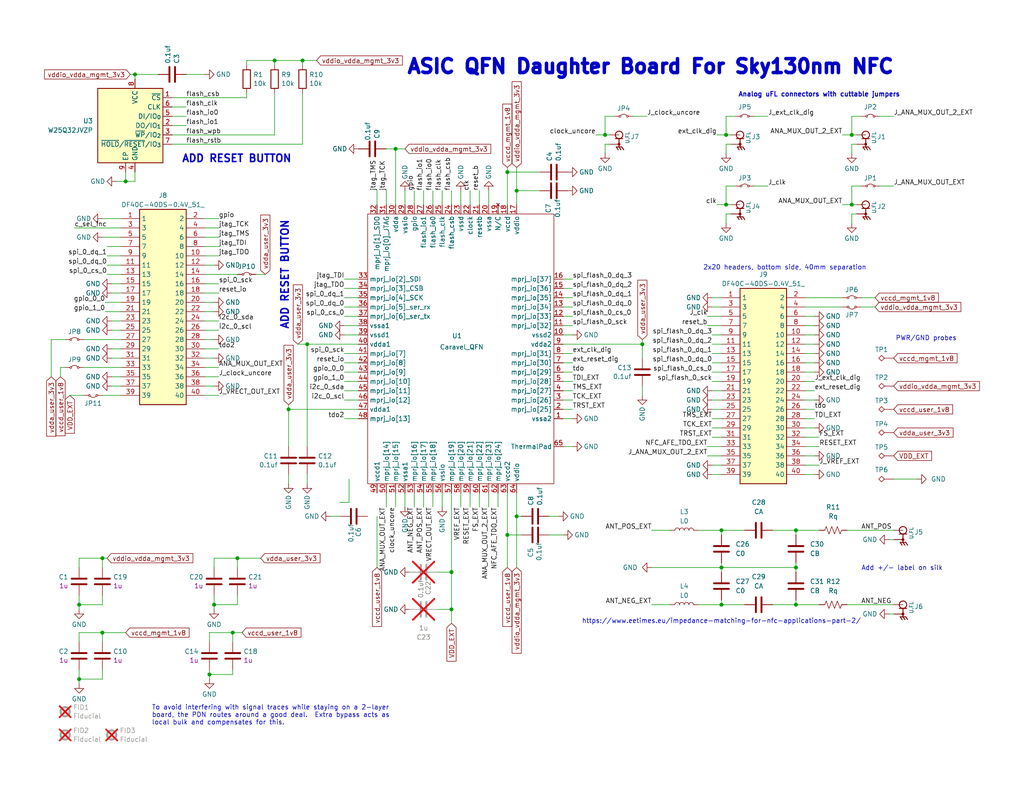
<source format=kicad_sch>
(kicad_sch (version 20250114) (generator "eeschema") (generator_version "9.0")
  (paper "A")
  (title_block (title "Sky130 NFC Daughter Board") (date "2025-10-15") (rev "1.0") (company "North Carolina State University") (comment 1 "(C) 2025 Alexander Gershman"))
  (lib_symbols
    (symbol "592-partslib:DF40C-40DS-0.4V_51_"
      (property "Reference" "J" (at 19.05 7.62 0))
      (property "Value" "DF40C-40DS-0.4V_51_" (at 19.05 5.08 0))
      (symbol "DF40C-40DS-0.4V_51__1_1"
        (pin passive line (at 0 0 0) (length 5.08) (name "1") (number "1"))
        (pin passive line (at 0 -2.54 0) (length 5.08) (name "3") (number "3"))
        (pin passive line (at 0 -5.08 0) (length 5.08) (name "5") (number "5"))
        (pin passive line (at 0 -7.62 0) (length 5.08) (name "7") (number "7"))
        (pin passive line (at 0 -10.16 0) (length 5.08) (name "9") (number "9"))
        (pin passive line (at 0 -12.7 0) (length 5.08) (name "11") (number "11"))
        (pin passive line (at 0 -15.24 0) (length 5.08) (name "13") (number "13"))
        (pin passive line (at 0 -17.78 0) (length 5.08) (name "15") (number "15"))
        (pin passive line (at 0 -20.32 0) (length 5.08) (name "17") (number "17"))
        (pin passive line (at 0 -22.86 0) (length 5.08) (name "19") (number "19"))
        (pin passive line (at 0 -25.4 0) (length 5.08) (name "21") (number "21"))
        (pin passive line (at 0 -27.94 0) (length 5.08) (name "23") (number "23"))
        (pin passive line (at 0 -30.48 0) (length 5.08) (name "25") (number "25"))
        (pin passive line (at 0 -33.02 0) (length 5.08) (name "27") (number "27"))
        (pin passive line (at 0 -35.56 0) (length 5.08) (name "29") (number "29"))
        (pin passive line (at 0 -38.1 0) (length 5.08) (name "31") (number "31"))
        (pin passive line (at 0 -40.64 0) (length 5.08) (name "33") (number "33"))
        (pin passive line (at 0 -43.18 0) (length 5.08) (name "35") (number "35"))
        (pin passive line (at 0 -45.72 0) (length 5.08) (name "37") (number "37"))
        (pin passive line (at 0 -48.26 0) (length 5.08) (name "39") (number "39"))
        (pin passive line (at 22.86 0 180) (length 5.08) (name "2") (number "2"))
        (pin passive line (at 22.86 -2.54 180) (length 5.08) (name "4") (number "4"))
        (pin passive line (at 22.86 -5.08 180) (length 5.08) (name "6") (number "6"))
        (pin passive line (at 22.86 -7.62 180) (length 5.08) (name "8") (number "8"))
        (pin passive line (at 22.86 -10.16 180) (length 5.08) (name "10") (number "10"))
        (pin passive line (at 22.86 -12.7 180) (length 5.08) (name "12") (number "12"))
        (pin passive line (at 22.86 -15.24 180) (length 5.08) (name "14") (number "14"))
        (pin passive line (at 22.86 -17.78 180) (length 5.08) (name "16") (number "16"))
        (pin passive line (at 22.86 -20.32 180) (length 5.08) (name "18") (number "18"))
        (pin passive line (at 22.86 -22.86 180) (length 5.08) (name "20") (number "20"))
        (pin passive line (at 22.86 -25.4 180) (length 5.08) (name "22") (number "22"))
        (pin passive line (at 22.86 -27.94 180) (length 5.08) (name "24") (number "24"))
        (pin passive line (at 22.86 -30.48 180) (length 5.08) (name "26") (number "26"))
        (pin passive line (at 22.86 -33.02 180) (length 5.08) (name "28") (number "28"))
        (pin passive line (at 22.86 -35.56 180) (length 5.08) (name "30") (number "30"))
        (pin passive line (at 22.86 -38.1 180) (length 5.08) (name "32") (number "32"))
        (pin passive line (at 22.86 -40.64 180) (length 5.08) (name "34") (number "34"))
        (pin passive line (at 22.86 -43.18 180) (length 5.08) (name "36") (number "36"))
        (pin passive line (at 22.86 -45.72 180) (length 5.08) (name "38") (number "38"))
        (pin passive line (at 22.86 -48.26 180) (length 5.08) (name "40") (number "40"))
      )
    )
    (symbol "Caravel_board:Caravel_QFN"
      (property "Reference" "U" (at 0 0 0))
      (property "Value" "Caravel_QFN" (at 0 0 0))
      (symbol "Caravel_QFN_1_1"
        (pin power_in line (at -29.21 30.48 0) (length 2.54) (name "ThermalPad") (number "65"))
        (pin power_in line (at -29.21 22.86 0) (length 2.54) (name "vssa2") (number "1"))
        (pin bidirectional line (at -29.21 20.32 0) (length 2.54) (name "mprj_io[25]") (number "2"))
        (pin bidirectional line (at -29.21 17.78 0) (length 2.54) (name "mprj_io[26]") (number "3"))
        (pin bidirectional line (at -29.21 15.24 0) (length 2.54) (name "mprj_io[27]") (number "4"))
        (pin bidirectional line (at -29.21 12.7 0) (length 2.54) (name "mprj_io[28]") (number "5"))
        (pin bidirectional line (at -29.21 10.16 0) (length 2.54) (name "mprj_io[29]") (number "6"))
        (pin bidirectional line (at -29.21 7.62 0) (length 2.54) (name "mprj_io[30]") (number "7"))
        (pin bidirectional line (at -29.21 5.08 0) (length 2.54) (name "mprj_io[31]") (number "8"))
        (pin power_in line (at -29.21 2.54 0) (length 2.54) (name "vdda2") (number "9"))
        (pin power_in line (at -29.21 0 0) (length 2.54) (name "vssd2") (number "10"))
        (pin bidirectional line (at -29.21 -2.54 0) (length 2.54) (name "mprj_io[32]") (number "11"))
        (pin bidirectional line (at -29.21 -5.08 0) (length 2.54) (name "mprj_io[33]") (number "12"))
        (pin bidirectional line (at -29.21 -7.62 0) (length 2.54) (name "mprj_io[34]") (number "13"))
        (pin bidirectional line (at -29.21 -10.16 0) (length 2.54) (name "mprj_io[35]") (number "14"))
        (pin bidirectional line (at -29.21 -12.7 0) (length 2.54) (name "mprj_io[36]") (number "15"))
        (pin bidirectional line (at -29.21 -15.24 0) (length 2.54) (name "mprj_io[37]") (number "16"))
        (pin power_in line (at -16.51 43.18 270) (length 2.54) (name "vddio") (number "64"))
        (pin power_in line (at -16.51 -35.56 90) (length 2.54) (name "vddio") (number "17"))
        (pin power_in line (at -13.97 43.18 270) (length 2.54) (name "vccd2") (number "63"))
        (pin power_in line (at -13.97 -35.56 90) (length 2.54) (name "vccd") (number "18"))
        (pin bidirectional line (at -11.43 43.18 270) (length 2.54) (name "mprj_io[24]") (number "62"))
        (pin no_connect line (at -11.43 -35.56 90) (length 2.54) (name "N/C") (number "19"))
        (pin bidirectional line (at -8.89 43.18 270) (length 2.54) (name "mprj_io[23]") (number "61"))
        (pin power_in line (at -8.89 -35.56 90) (length 2.54) (name "vssa") (number "20"))
        (pin bidirectional line (at -6.35 43.18 270) (length 2.54) (name "mprj_io[22]") (number "60"))
        (pin input line (at -6.35 -35.56 90) (length 2.54) (name "resetb") (number "21"))
        (pin bidirectional line (at -3.81 43.18 270) (length 2.54) (name "mprj_io[21]") (number "59"))
        (pin input line (at -3.81 -35.56 90) (length 2.54) (name "clock") (number "22"))
        (pin bidirectional line (at -1.27 43.18 270) (length 2.54) (name "mprj_io[20]") (number "58"))
        (pin power_in line (at -1.27 -35.56 90) (length 2.54) (name "vssd") (number "23"))
        (pin bidirectional line (at 1.27 43.18 270) (length 2.54) (name "mprj_io[19]") (number "57"))
        (pin output line (at 1.27 -35.56 90) (length 2.54) (name "flash_csb") (number "24"))
        (pin power_in line (at 3.81 43.18 270) (length 2.54) (name "vssio") (number "56"))
        (pin output line (at 3.81 -35.56 90) (length 2.54) (name "flash_clk") (number "25"))
        (pin bidirectional line (at 6.35 43.18 270) (length 2.54) (name "mprj_io[18]") (number "55"))
        (pin bidirectional line (at 6.35 -35.56 90) (length 2.54) (name "flash_io0") (number "26"))
        (pin bidirectional line (at 8.89 43.18 270) (length 2.54) (name "mprj_io[17]") (number "54"))
        (pin bidirectional line (at 8.89 -35.56 90) (length 2.54) (name "flash_io1") (number "27"))
        (pin bidirectional line (at 11.43 43.18 270) (length 2.54) (name "mprj_io[16]") (number "53"))
        (pin bidirectional line (at 11.43 -35.56 90) (length 2.54) (name "gpio") (number "28"))
        (pin power_in line (at 13.97 43.18 270) (length 2.54) (name "vssa1") (number "52"))
        (pin power_in line (at 13.97 -35.56 90) (length 2.54) (name "vssio") (number "29"))
        (pin bidirectional line (at 16.51 43.18 270) (length 2.54) (name "mprj_io[15]") (number "51"))
        (pin power_in line (at 16.51 -35.56 90) (length 2.54) (name "vdda") (number "30"))
        (pin bidirectional line (at 19.05 43.18 270) (length 2.54) (name "mprj_io[14]") (number "50"))
        (pin bidirectional line (at 19.05 -35.56 90) (length 2.54) (name "mprj_io[0]_JTAG") (number "31"))
        (pin power_in line (at 21.59 43.18 270) (length 2.54) (name "vccd1") (number "49"))
        (pin bidirectional line (at 21.59 -35.56 90) (length 2.54) (name "mprj_io[1]_SDO") (number "32"))
        (pin bidirectional line (at 26.67 22.86 180) (length 2.54) (name "mprj_io[13]") (number "48"))
        (pin power_in line (at 26.67 20.32 180) (length 2.54) (name "vdda1") (number "47"))
        (pin bidirectional line (at 26.67 17.78 180) (length 2.54) (name "mprj_io[12]") (number "46"))
        (pin bidirectional line (at 26.67 15.24 180) (length 2.54) (name "mprj_io[11]") (number "45"))
        (pin bidirectional line (at 26.67 12.7 180) (length 2.54) (name "mprj_io[10]") (number "44"))
        (pin bidirectional line (at 26.67 10.16 180) (length 2.54) (name "mprj_io[9]") (number "43"))
        (pin bidirectional line (at 26.67 7.62 180) (length 2.54) (name "mprj_io[8]") (number "42"))
        (pin bidirectional line (at 26.67 5.08 180) (length 2.54) (name "mprj_io[7]") (number "41"))
        (pin power_in line (at 26.67 2.54 180) (length 2.54) (name "vdda1") (number "40"))
        (pin power_in line (at 26.67 0 180) (length 2.54) (name "vssd1") (number "39"))
        (pin power_in line (at 26.67 -2.54 180) (length 2.54) (name "vssa1") (number "38"))
        (pin bidirectional line (at 26.67 -5.08 180) (length 2.54) (name "mprj_io[6]_ser_tx") (number "37"))
        (pin bidirectional line (at 26.67 -7.62 180) (length 2.54) (name "mprj_io[5]_ser_rx") (number "36"))
        (pin bidirectional line (at 26.67 -10.16 180) (length 2.54) (name "mprj_io[4]_SCK") (number "35"))
        (pin bidirectional line (at 26.67 -12.7 180) (length 2.54) (name "mprj_io[3]_CSB") (number "34"))
        (pin bidirectional line (at 26.67 -15.24 180) (length 2.54) (name "mprj_io[2]_SDI") (number "33"))
      )
    )
    (symbol "Connector:TestPoint_Alt" (pin_numbers (hide yes)) (pin_names (offset 0.762) (hide yes))
      (property "Reference" "TP" (at 0 6.858 0))
      (property "Value" "TestPoint_Alt" (at 0 5.08 0))
      (symbol "TestPoint_Alt_1_1"
        (pin passive line (at 0 0 90) (length 2.54) (name "1") (number "1"))
      )
    )
    (symbol "Device:C" (pin_numbers (hide yes)) (pin_names (offset 0.254))
      (property "Reference" "C" (at 0.635 2.54 0))
      (property "Value" "C" (at 0.635 -2.54 0))
      (symbol "C_1_1"
        (pin passive line (at 0 3.81 270) (length 2.794) (name "~") (number "1"))
        (pin passive line (at 0 -3.81 90) (length 2.794) (name "~") (number "2"))
      )
    )
    (symbol "Device:L" (pin_numbers (hide yes)) (pin_names (offset 1.016) (hide yes))
      (property "Reference" "L" (at -1.27 0 90))
      (property "Value" "L" (at 1.905 0 90))
      (symbol "L_1_1"
        (pin passive line (at 0 3.81 270) (length 1.27) (name "1") (number "1"))
        (pin passive line (at 0 -3.81 90) (length 1.27) (name "2") (number "2"))
      )
    )
    (symbol "Device:R" (pin_numbers (hide yes)) (pin_names (offset 0))
      (property "Reference" "R" (at 2.032 0 90))
      (property "Value" "R" (at 0 0 90))
      (symbol "R_1_1"
        (pin passive line (at 0 3.81 270) (length 1.27) (name "~") (number "1"))
        (pin passive line (at 0 -3.81 90) (length 1.27) (name "~") (number "2"))
      )
    )
    (symbol "Device:R_US" (pin_numbers (hide yes)) (pin_names (offset 0))
      (property "Reference" "R" (at 2.54 0 90))
      (property "Value" "R_US" (at -2.54 0 90))
      (symbol "R_US_1_1"
        (pin passive line (at 0 3.81 270) (length 1.27) (name "~") (number "1"))
        (pin passive line (at 0 -3.81 90) (length 1.27) (name "~") (number "2"))
      )
    )
    (symbol "Jumper:Jumper_2_Small_Bridged" (pin_numbers (hide yes)) (pin_names (offset 0) (hide yes)) (exclude_from_sim yes)
      (property "Reference" "JP" (at 0 2.032 0))
      (property "Value" "Jumper_2_Small_Bridged" (at 0 -2.286 0))
      (symbol "Jumper_2_Small_Bridged_1_1"
        (pin passive line (at -2.54 0 0) (length 1.27) (name "A") (number "1"))
        (pin passive line (at 2.54 0 180) (length 1.27) (name "B") (number "2"))
      )
    )
    (symbol "Mechanical:Fiducial" (exclude_from_sim yes) (in_bom no)
      (property "Reference" "FID" (at 0 5.08 0))
      (property "Value" "Fiducial" (at 0 3.175 0))
    )
    (symbol "Memory_Flash:W25Q32JVZP"
      (property "Reference" "U" (at -6.35 11.43 0))
      (property "Value" "W25Q32JVZP" (at 7.62 11.43 0))
      (symbol "W25Q32JVZP_1_1"
        (pin input line (at -10.16 7.62 0) (length 2.54) (name "~{CS}") (number "1"))
        (pin input line (at -10.16 5.08 0) (length 2.54) (name "CLK") (number "6"))
        (pin bidirectional line (at -10.16 2.54 0) (length 2.54) (name "DI/IO_{0}") (number "5"))
        (pin bidirectional line (at -10.16 0 0) (length 2.54) (name "DO/IO_{1}") (number "2"))
        (pin bidirectional line (at -10.16 -2.54 0) (length 2.54) (name "~{WP}/IO_{2}") (number "3"))
        (pin bidirectional line (at -10.16 -5.08 0) (length 2.54) (name "~{HOLD}/~{RESET}/IO_{3}") (number "7"))
        (pin power_in line (at 0 12.7 270) (length 2.54) (name "VCC") (number "8"))
        (pin power_in line (at 0 -12.7 90) (length 2.54) (name "GND") (number "4"))
        (pin passive line (at 2.54 -12.7 90) (length 2.54) (name "EP") (number "9"))
      )
    )
    (symbol "power:GND" (power) (pin_names (offset 0))
      (property "Value" "GND" (at 0 -3.81 0))
      (symbol "GND_1_1"
        (pin power_in line (at 0 0 270) (length 0) (hide yes) (name "GND") (number "1"))
      )
    )
    (symbol "psypassives:C_1u_0603_50V" (pin_numbers (hide yes)) (pin_names (offset 0.254))
      (property "Reference" "C" (at 0.635 2.54 0))
      (property "Display Value" "1u/50V" (at 11.43 1.524 0))
      (symbol "C_1u_0603_50V_1_1"
        (pin passive line (at 0 3.81 270) (length 2.794) (name "~") (number "1"))
        (pin passive line (at 0 -3.81 90) (length 2.794) (name "~") (number "2"))
      )
    )
    (symbol "psysnapeda:RSP-122811-01" (pin_numbers (hide yes)) (pin_names (offset 1.016) (hide yes))
      (property "Reference" "J" (at -2.032 3.556 0))
      (property "Value" "RSP-122811-01" (at -4.064 -4.318 0))
      (symbol "RSP-122811-01_0_0"
        (pin passive line (at 2.54 0 180) (length 2.54) (name "~") (number "G2"))
      )
      (symbol "RSP-122811-01_1_0"
        (pin passive line (at 2.54 2.54 180) (length 2.54) (name "~") (number "1"))
        (pin passive line (at 2.54 0 180) (length 2.54) (name "~") (number "G1"))
      )
    )
  )
  (text "https://www.eetimes.eu/impedance-matching-for-nfc-applications-part-2/" (at 196.85 169.672 0) (effects (font (size 1.27 1.27))))
  (text "ASIC QFN Daughter Board For Sky130nm NFC" (at 110.744 20.574 0) (effects (font (size 3.81 3.81) (thickness 1) (bold yes)) (justify left bottom)))
  (text "2x20 headers, bottom side, 40mm separation" (at 214.122 73.152 0) (effects (font (size 1.27 1.27))))
  (text "PWR/GND probes" (at 244.348 92.456 0) (effects (font (size 1.27 1.27)) (justify left)))
  (text "ADD RESET BUTTON" (at 49.53 43.434 0) (effects (font (size 2.032 2.032) (thickness 0.4064) (bold yes)) (justify left)))
  (text "To avoid interfering with signal traces while staying on a 2-layer \nboard, the PDN routes around a good deal.  Extra bypass acts as \nlocal bulk and compensates for this." (at 41.402 195.326 0) (effects (font (size 1.27 1.27)) (justify left)))
  (text "ADD RESET BUTTON" (at 77.724 90.17 90) (effects (font (size 2.032 2.032) (thickness 0.4064) (bold yes)) (justify left)))
  (text "Analog uFL connectors with cuttable jumpers" (at 223.52 25.908 0) (effects (font (size 1.27 1.27) (thickness 0.254) (bold yes))))
  (text "Add +/- label on silk\n" (at 246.126 155.194 0) (effects (font (size 1.27 1.27))))
  (junction (at 82.55 16.51))
  (junction (at 175.26 93.98))
  (junction (at 140.97 140.97))
  (junction (at 64.77 152.4))
  (junction (at 21.59 185.42))
  (junction (at 21.59 165.1))
  (junction (at 27.94 172.72))
  (junction (at 217.17 154.94))
  (junction (at 196.85 154.94))
  (junction (at 83.82 93.98))
  (junction (at 74.93 16.51))
  (junction (at 165.1 36.83))
  (junction (at 58.42 165.1))
  (junction (at 138.43 46.99))
  (junction (at 138.43 146.05))
  (junction (at 140.97 52.07))
  (junction (at 34.29 49.53))
  (junction (at 198.12 36.83))
  (junction (at 123.19 156.21))
  (junction (at 196.85 165.1))
  (junction (at 232.41 36.83))
  (junction (at 123.19 166.37))
  (junction (at 107.95 40.64))
  (junction (at 217.17 144.78))
  (junction (at 198.12 55.88))
  (junction (at 232.41 55.88))
  (junction (at 78.74 111.76))
  (junction (at 57.15 184.15))
  (junction (at 196.85 144.78))
  (junction (at 217.17 165.1))
  (junction (at 63.5 172.72))
  (junction (at 27.94 152.4))
  (junction (at 36.83 20.32))
  (wire (pts (xy 93.98 99.06) (xy 97.79 99.06)))
  (wire (pts (xy 153.67 81.28) (xy 156.21 81.28)))
  (wire (pts (xy 219.71 81.28) (xy 229.87 81.28)))
  (wire (pts (xy 234.95 83.82) (xy 238.76 83.82)))
  (wire (pts (xy 64.77 162.56) (xy 64.77 165.1)))
  (wire (pts (xy 153.67 101.6) (xy 156.21 101.6)))
  (wire (pts (xy 29.21 72.39) (xy 33.02 72.39)))
  (wire (pts (xy 74.93 25.4) (xy 74.93 36.83)))
  (wire (pts (xy 153.67 96.52) (xy 156.21 96.52)))
  (wire (pts (xy 113.03 138.43) (xy 113.03 134.62)))
  (wire (pts (xy 162.56 36.83) (xy 165.1 36.83)))
  (wire (pts (xy 199.39 58.42) (xy 198.12 58.42)))
  (wire (pts (xy 177.8 154.94) (xy 196.85 154.94)))
  (wire (pts (xy 128.27 138.43) (xy 128.27 134.62)))
  (wire (pts (xy 29.21 74.93) (xy 33.02 74.93)))
  (wire (pts (xy 93.98 88.9) (xy 97.79 88.9)))
  (wire (pts (xy 194.31 127) (xy 196.85 127)))
  (wire (pts (xy 59.69 87.63) (xy 55.88 87.63)))
  (wire (pts (xy 93.98 86.36) (xy 97.79 86.36)))
  (wire (pts (xy 27.94 107.95) (xy 33.02 107.95)))
  (wire (pts (xy 27.94 172.72) (xy 21.59 172.72)))
  (wire (pts (xy 193.04 124.46) (xy 196.85 124.46)))
  (wire (pts (xy 30.48 95.25) (xy 33.02 95.25)))
  (wire (pts (xy 105.41 40.64) (xy 107.95 40.64)))
  (wire (pts (xy 82.55 39.37) (xy 82.55 25.4)))
  (wire (pts (xy 34.29 172.72) (xy 27.94 172.72)))
  (wire (pts (xy 59.69 77.47) (xy 55.88 77.47)))
  (wire (pts (xy 153.67 121.92) (xy 156.21 121.92)))
  (wire (pts (xy 194.31 116.84) (xy 196.85 116.84)))
  (wire (pts (xy 64.77 152.4) (xy 58.42 152.4)))
  (wire (pts (xy 21.59 162.56) (xy 21.59 165.1)))
  (wire (pts (xy 36.83 46.99) (xy 36.83 49.53)))
  (wire (pts (xy 198.12 58.42) (xy 198.12 60.96)))
  (wire (pts (xy 21.59 186.69) (xy 21.59 185.42)))
  (wire (pts (xy 194.31 83.82) (xy 196.85 83.82)))
  (wire (pts (xy 130.81 138.43) (xy 130.81 134.62)))
  (wire (pts (xy 58.42 152.4) (xy 58.42 154.94)))
  (wire (pts (xy 120.65 55.88) (xy 120.65 52.07)))
  (wire (pts (xy 140.97 55.88) (xy 140.97 52.07)))
  (wire (pts (xy 30.48 102.87) (xy 33.02 102.87)))
  (wire (pts (xy 200.66 31.75) (xy 198.12 31.75)))
  (wire (pts (xy 217.17 144.78) (xy 223.52 144.78)))
  (wire (pts (xy 194.31 129.54) (xy 196.85 129.54)))
  (wire (pts (xy 27.94 185.42) (xy 21.59 185.42)))
  (wire (pts (xy 133.35 138.43) (xy 133.35 134.62)))
  (wire (pts (xy 63.5 182.88) (xy 63.5 184.15)))
  (wire (pts (xy 57.15 182.88) (xy 57.15 184.15)))
  (wire (pts (xy 138.43 46.99) (xy 138.43 45.72)))
  (wire (pts (xy 27.94 165.1) (xy 21.59 165.1)))
  (wire (pts (xy 50.8 31.75) (xy 46.99 31.75)))
  (wire (pts (xy 21.59 166.37) (xy 21.59 165.1)))
  (wire (pts (xy 194.31 96.52) (xy 196.85 96.52)))
  (wire (pts (xy 16.51 102.87) (xy 16.51 100.33)))
  (wire (pts (xy 231.14 144.78) (xy 243.84 144.78)))
  (wire (pts (xy 29.21 69.85) (xy 33.02 69.85)))
  (wire (pts (xy 50.8 20.32) (xy 55.88 20.32)))
  (wire (pts (xy 219.71 99.06) (xy 222.25 99.06)))
  (wire (pts (xy 74.93 36.83) (xy 46.99 36.83)))
  (wire (pts (xy 93.98 76.2) (xy 97.79 76.2)))
  (wire (pts (xy 149.86 140.97) (xy 152.4 140.97)))
  (wire (pts (xy 63.5 172.72) (xy 57.15 172.72)))
  (wire (pts (xy 67.31 16.51) (xy 74.93 16.51)))
  (wire (pts (xy 193.04 121.92) (xy 196.85 121.92)))
  (wire (pts (xy 64.77 152.4) (xy 71.12 152.4)))
  (wire (pts (xy 217.17 144.78) (xy 217.17 146.05)))
  (wire (pts (xy 219.71 106.68) (xy 222.25 106.68)))
  (wire (pts (xy 28.7038 82.55) (xy 33.02 82.55)))
  (wire (pts (xy 59.69 69.85) (xy 55.88 69.85)))
  (wire (pts (xy 172.72 31.75) (xy 176.53 31.75)))
  (wire (pts (xy 21.59 152.4) (xy 21.59 154.94)))
  (wire (pts (xy 223.52 119.38) (xy 219.71 119.38)))
  (wire (pts (xy 153.67 88.9) (xy 156.21 88.9)))
  (wire (pts (xy 57.15 172.72) (xy 57.15 175.26)))
  (wire (pts (xy 59.69 100.33) (xy 55.88 100.33)))
  (wire (pts (xy 74.93 16.51) (xy 82.55 16.51)))
  (wire (pts (xy 21.59 172.72) (xy 21.59 175.26)))
  (wire (pts (xy 140.97 52.07) (xy 140.97 45.72)))
  (wire (pts (xy 193.04 88.9) (xy 196.85 88.9)))
  (wire (pts (xy 119.38 166.37) (xy 123.19 166.37)))
  (wire (pts (xy 156.21 114.3) (xy 153.67 114.3)))
  (wire (pts (xy 36.83 20.32) (xy 36.83 21.59)))
  (wire (pts (xy 198.12 55.88) (xy 199.39 55.88)))
  (wire (pts (xy 59.69 102.87) (xy 55.88 102.87)))
  (wire (pts (xy 153.67 109.22) (xy 156.21 109.22)))
  (wire (pts (xy 118.11 138.43) (xy 118.11 134.62)))
  (wire (pts (xy 232.41 58.42) (xy 232.41 60.96)))
  (wire (pts (xy 138.43 46.99) (xy 147.32 46.99)))
  (wire (pts (xy 97.79 91.44) (xy 93.98 91.44)))
  (wire (pts (xy 30.48 97.79) (xy 33.02 97.79)))
  (wire (pts (xy 115.57 55.88) (xy 115.57 52.07)))
  (wire (pts (xy 55.88 92.71) (xy 58.42 92.71)))
  (wire (pts (xy 153.67 99.06) (xy 156.21 99.06)))
  (wire (pts (xy 240.03 31.75) (xy 243.84 31.75)))
  (wire (pts (xy 59.69 90.17) (xy 55.88 90.17)))
  (wire (pts (xy 20.32 62.23) (xy 33.02 62.23)))
  (wire (pts (xy 13.97 102.87) (xy 13.97 92.71)))
  (wire (pts (xy 46.99 39.37) (xy 82.55 39.37)))
  (wire (pts (xy 194.31 99.06) (xy 196.85 99.06)))
  (wire (pts (xy 232.41 36.83) (xy 233.68 36.83)))
  (wire (pts (xy 107.95 138.43) (xy 107.95 134.62)))
  (wire (pts (xy 46.99 26.67) (xy 67.31 26.67)))
  (wire (pts (xy 205.74 50.8) (xy 209.55 50.8)))
  (wire (pts (xy 194.31 104.14) (xy 196.85 104.14)))
  (wire (pts (xy 30.48 80.01) (xy 33.02 80.01)))
  (wire (pts (xy 64.77 152.4) (xy 64.77 154.94)))
  (wire (pts (xy 243.84 147.32) (xy 242.57 147.32)))
  (wire (pts (xy 153.67 111.76) (xy 156.21 111.76)))
  (wire (pts (xy 232.41 31.75) (xy 232.41 36.83)))
  (wire (pts (xy 78.74 129.54) (xy 78.74 132.08)))
  (wire (pts (xy 195.58 36.83) (xy 198.12 36.83)))
  (wire (pts (xy 196.85 153.67) (xy 196.85 154.94)))
  (wire (pts (xy 198.12 31.75) (xy 198.12 36.83)))
  (wire (pts (xy 138.43 146.05) (xy 138.43 154.94)))
  (wire (pts (xy 199.39 39.37) (xy 198.12 39.37)))
  (wire (pts (xy 19.05 107.95) (xy 22.86 107.95)))
  (wire (pts (xy 83.82 93.98) (xy 97.79 93.98)))
  (wire (pts (xy 153.67 83.82) (xy 156.21 83.82)))
  (wire (pts (xy 138.43 134.62) (xy 138.43 146.05)))
  (wire (pts (xy 58.42 85.09) (xy 55.88 85.09)))
  (wire (pts (xy 229.87 55.88) (xy 232.41 55.88)))
  (wire (pts (xy 34.29 49.53) (xy 36.83 49.53)))
  (wire (pts (xy 83.82 132.08) (xy 83.82 129.54)))
  (wire (pts (xy 219.71 116.84) (xy 222.25 116.84)))
  (wire (pts (xy 195.58 55.88) (xy 198.12 55.88)))
  (wire (pts (xy 165.1 31.75) (xy 165.1 36.83)))
  (wire (pts (xy 175.26 93.98) (xy 153.67 93.98)))
  (wire (pts (xy 93.98 101.6) (xy 97.79 101.6)))
  (wire (pts (xy 222.25 114.3) (xy 219.71 114.3)))
  (wire (pts (xy 93.98 114.3) (xy 97.79 114.3)))
  (wire (pts (xy 165.1 39.37) (xy 165.1 41.91)))
  (wire (pts (xy 138.43 55.88) (xy 138.43 46.99)))
  (wire (pts (xy 219.71 83.82) (xy 229.87 83.82)))
  (wire (pts (xy 63.5 172.72) (xy 63.5 175.26)))
  (wire (pts (xy 130.81 52.07) (xy 130.81 55.88)))
  (wire (pts (xy 217.17 154.94) (xy 217.17 156.21)))
  (wire (pts (xy 102.87 154.94) (xy 102.87 140.97)))
  (wire (pts (xy 234.95 31.75) (xy 232.41 31.75)))
  (wire (pts (xy 166.37 39.37) (xy 165.1 39.37)))
  (wire (pts (xy 22.86 100.33) (xy 33.02 100.33)))
  (wire (pts (xy 196.85 154.94) (xy 196.85 156.21)))
  (wire (pts (xy 210.82 165.1) (xy 217.17 165.1)))
  (wire (pts (xy 29.21 67.31) (xy 33.02 67.31)))
  (wire (pts (xy 55.88 62.23) (xy 59.69 62.23)))
  (wire (pts (xy 123.19 170.18) (xy 123.19 166.37)))
  (wire (pts (xy 217.17 153.67) (xy 217.17 154.94)))
  (wire (pts (xy 107.95 40.64) (xy 107.95 55.88)))
  (wire (pts (xy 153.67 106.68) (xy 156.21 106.68)))
  (wire (pts (xy 27.94 152.4) (xy 27.94 154.94)))
  (wire (pts (xy 30.48 90.17) (xy 33.02 90.17)))
  (wire (pts (xy 140.97 140.97) (xy 140.97 134.62)))
  (wire (pts (xy 198.12 39.37) (xy 198.12 41.91)))
  (wire (pts (xy 113.03 55.88) (xy 113.03 52.07)))
  (wire (pts (xy 232.41 55.88) (xy 233.68 55.88)))
  (wire (pts (xy 223.52 121.92) (xy 219.71 121.92)))
  (wire (pts (xy 133.35 52.07) (xy 133.35 55.88)))
  (wire (pts (xy 233.68 39.37) (xy 232.41 39.37)))
  (wire (pts (xy 219.71 91.44) (xy 222.25 91.44)))
  (wire (pts (xy 219.71 88.9) (xy 222.25 88.9)))
  (wire (pts (xy 83.82 93.98) (xy 83.82 121.92)))
  (wire (pts (xy 81.28 93.98) (xy 83.82 93.98)))
  (wire (pts (xy 165.1 36.83) (xy 166.37 36.83)))
  (wire (pts (xy 82.55 16.51) (xy 82.55 17.78)))
  (wire (pts (xy 69.85 74.93) (xy 72.39 74.93)))
  (wire (pts (xy 67.31 25.4) (xy 67.31 26.67)))
  (wire (pts (xy 102.87 55.88) (xy 102.87 52.07)))
  (wire (pts (xy 194.31 109.22) (xy 196.85 109.22)))
  (wire (pts (xy 27.94 162.56) (xy 27.94 165.1)))
  (wire (pts (xy 55.88 97.79) (xy 58.42 97.79)))
  (wire (pts (xy 175.26 105.41) (xy 175.26 107.95)))
  (wire (pts (xy 219.71 86.36) (xy 222.25 86.36)))
  (wire (pts (xy 27.94 172.72) (xy 27.94 175.26)))
  (wire (pts (xy 153.67 76.2) (xy 156.21 76.2)))
  (wire (pts (xy 232.41 50.8) (xy 232.41 55.88)))
  (wire (pts (xy 217.17 154.94) (xy 196.85 154.94)))
  (wire (pts (xy 110.49 40.64) (xy 107.95 40.64)))
  (wire (pts (xy 59.69 107.95) (xy 55.88 107.95)))
  (wire (pts (xy 198.12 36.83) (xy 199.39 36.83)))
  (wire (pts (xy 115.57 138.43) (xy 115.57 134.62)))
  (wire (pts (xy 30.48 77.47) (xy 33.02 77.47)))
  (wire (pts (xy 63.5 172.72) (xy 66.04 172.72)))
  (wire (pts (xy 123.19 166.37) (xy 123.19 156.21)))
  (wire (pts (xy 35.56 20.32) (xy 36.83 20.32)))
  (wire (pts (xy 93.98 96.52) (xy 97.79 96.52)))
  (wire (pts (xy 219.71 129.54) (xy 222.25 129.54)))
  (wire (pts (xy 194.31 93.98) (xy 196.85 93.98)))
  (wire (pts (xy 27.94 182.88) (xy 27.94 185.42)))
  (wire (pts (xy 55.88 74.93) (xy 64.77 74.93)))
  (wire (pts (xy 110.49 138.43) (xy 110.49 134.62)))
  (wire (pts (xy 140.97 140.97) (xy 140.97 154.94)))
  (wire (pts (xy 78.74 111.76) (xy 97.79 111.76)))
  (wire (pts (xy 219.71 109.22) (xy 222.25 109.22)))
  (wire (pts (xy 217.17 165.1) (xy 223.52 165.1)))
  (wire (pts (xy 95.25 137.16) (xy 95.25 130.81)))
  (wire (pts (xy 93.98 109.22) (xy 97.79 109.22)))
  (wire (pts (xy 138.43 146.05) (xy 142.24 146.05)))
  (wire (pts (xy 55.88 72.39) (xy 58.42 72.39)))
  (wire (pts (xy 28.7038 85.09) (xy 33.02 85.09)))
  (wire (pts (xy 50.8 34.29) (xy 46.99 34.29)))
  (wire (pts (xy 156.21 91.44) (xy 153.67 91.44)))
  (wire (pts (xy 59.69 67.31) (xy 55.88 67.31)))
  (wire (pts (xy 57.15 184.15) (xy 63.5 184.15)))
  (wire (pts (xy 21.59 182.88) (xy 21.59 185.42)))
  (wire (pts (xy 58.42 166.37) (xy 58.42 165.1)))
  (wire (pts (xy 105.41 138.43) (xy 105.41 134.62)))
  (wire (pts (xy 196.85 163.83) (xy 196.85 165.1)))
  (wire (pts (xy 222.25 111.76) (xy 219.71 111.76)))
  (wire (pts (xy 30.48 105.41) (xy 33.02 105.41)))
  (wire (pts (xy 217.17 163.83) (xy 217.17 165.1)))
  (wire (pts (xy 118.11 55.88) (xy 118.11 52.07)))
  (wire (pts (xy 93.98 83.82) (xy 97.79 83.82)))
  (wire (pts (xy 229.87 36.83) (xy 232.41 36.83)))
  (wire (pts (xy 140.97 52.07) (xy 147.32 52.07)))
  (wire (pts (xy 119.38 156.21) (xy 123.19 156.21)))
  (wire (pts (xy 93.98 104.14) (xy 97.79 104.14)))
  (wire (pts (xy 153.67 104.14) (xy 156.21 104.14)))
  (wire (pts (xy 194.31 119.38) (xy 196.85 119.38)))
  (wire (pts (xy 140.97 140.97) (xy 142.24 140.97)))
  (wire (pts (xy 175.26 93.98) (xy 175.26 97.79)))
  (wire (pts (xy 153.67 78.74) (xy 156.21 78.74)))
  (wire (pts (xy 27.94 64.77) (xy 33.02 64.77)))
  (wire (pts (xy 86.36 16.51) (xy 82.55 16.51)))
  (wire (pts (xy 219.71 101.6) (xy 222.25 101.6)))
  (wire (pts (xy 34.29 46.99) (xy 34.29 49.53)))
  (wire (pts (xy 234.95 81.28) (xy 238.76 81.28)))
  (wire (pts (xy 93.98 81.28) (xy 97.79 81.28)))
  (wire (pts (xy 55.88 59.69) (xy 59.69 59.69)))
  (wire (pts (xy 67.31 16.51) (xy 67.31 17.78)))
  (wire (pts (xy 92.71 140.97) (xy 90.17 140.97)))
  (wire (pts (xy 205.74 31.75) (xy 209.55 31.75)))
  (wire (pts (xy 93.98 78.74) (xy 97.79 78.74)))
  (wire (pts (xy 125.73 138.43) (xy 125.73 134.62)))
  (wire (pts (xy 194.31 91.44) (xy 196.85 91.44)))
  (wire (pts (xy 223.52 127) (xy 219.71 127)))
  (wire (pts (xy 128.27 55.88) (xy 128.27 52.07)))
  (wire (pts (xy 78.74 111.76) (xy 78.74 121.92)))
  (wire (pts (xy 105.41 55.88) (xy 105.41 52.07)))
  (wire (pts (xy 232.41 39.37) (xy 232.41 41.91)))
  (wire (pts (xy 58.42 162.56) (xy 58.42 165.1)))
  (wire (pts (xy 193.04 86.36) (xy 196.85 86.36)))
  (wire (pts (xy 219.71 104.14) (xy 222.25 104.14)))
  (wire (pts (xy 50.8 29.21) (xy 46.99 29.21)))
  (wire (pts (xy 234.95 50.8) (xy 232.41 50.8)))
  (wire (pts (xy 196.85 165.1) (xy 203.2 165.1)))
  (wire (pts (xy 200.66 50.8) (xy 198.12 50.8)))
  (wire (pts (xy 93.98 106.68) (xy 97.79 106.68)))
  (wire (pts (xy 198.12 50.8) (xy 198.12 55.88)))
  (wire (pts (xy 149.86 146.05) (xy 153.67 146.05)))
  (wire (pts (xy 194.31 111.76) (xy 196.85 111.76)))
  (wire (pts (xy 219.71 93.98) (xy 222.25 93.98)))
  (wire (pts (xy 135.89 138.43) (xy 135.89 134.62)))
  (wire (pts (xy 177.8 144.78) (xy 182.88 144.78)))
  (wire (pts (xy 13.97 92.71) (xy 17.78 92.71)))
  (wire (pts (xy 22.86 92.71) (xy 33.02 92.71)))
  (wire (pts (xy 64.77 165.1) (xy 58.42 165.1)))
  (wire (pts (xy 194.31 81.28) (xy 196.85 81.28)))
  (wire (pts (xy 153.67 86.36) (xy 156.21 86.36)))
  (wire (pts (xy 196.85 144.78) (xy 196.85 146.05)))
  (wire (pts (xy 29.21 152.4) (xy 27.94 152.4)))
  (wire (pts (xy 27.94 152.4) (xy 21.59 152.4)))
  (wire (pts (xy 16.51 100.33) (xy 17.78 100.33)))
  (wire (pts (xy 74.93 16.51) (xy 74.93 17.78)))
  (wire (pts (xy 78.74 110.49) (xy 78.74 111.76)))
  (wire (pts (xy 167.64 31.75) (xy 165.1 31.75)))
  (wire (pts (xy 36.83 20.32) (xy 43.18 20.32)))
  (wire (pts (xy 123.19 55.88) (xy 123.19 52.07)))
  (wire (pts (xy 196.85 144.78) (xy 203.2 144.78)))
  (wire (pts (xy 194.31 114.3) (xy 196.85 114.3)))
  (wire (pts (xy 210.82 144.78) (xy 217.17 144.78)))
  (wire (pts (xy 95.25 137.16) (xy 92.71 137.16)))
  (wire (pts (xy 194.31 106.68) (xy 196.85 106.68)))
  (wire (pts (xy 55.88 64.77) (xy 59.69 64.77)))
  (wire (pts (xy 55.88 105.41) (xy 58.42 105.41)))
  (wire (pts (xy 31.75 49.53) (xy 34.29 49.53)))
  (wire (pts (xy 243.84 167.64) (xy 242.57 167.64)))
  (wire (pts (xy 30.48 87.63) (xy 33.02 87.63)))
  (wire (pts (xy 190.5 165.1) (xy 196.85 165.1)))
  (wire (pts (xy 120.65 138.43) (xy 120.65 134.62)))
  (wire (pts (xy 196.85 144.78) (xy 190.5 144.78)))
  (wire (pts (xy 177.8 165.1) (xy 182.88 165.1)))
  (wire (pts (xy 125.73 52.07) (xy 125.73 55.88)))
  (wire (pts (xy 59.69 80.01) (xy 55.88 80.01)))
  (wire (pts (xy 58.42 82.55) (xy 55.88 82.55)))
  (wire (pts (xy 231.14 165.1) (xy 243.84 165.1)))
  (wire (pts (xy 219.71 96.52) (xy 222.25 96.52)))
  (wire (pts (xy 233.68 58.42) (xy 232.41 58.42)))
  (wire (pts (xy 59.69 95.25) (xy 55.88 95.25)))
  (wire (pts (xy 194.31 101.6) (xy 196.85 101.6)))
  (wire (pts (xy 123.19 156.21) (xy 123.19 134.62)))
  (wire (pts (xy 240.03 50.8) (xy 243.84 50.8)))
  (wire (pts (xy 57.15 184.15) (xy 57.15 185.42)))
  (wire (pts (xy 250.19 130.81) (xy 243.84 130.81)))
  (wire (pts (xy 110.49 52.07) (xy 110.49 55.88)))
  (wire (pts (xy 219.71 124.46) (xy 222.25 124.46)))
  (wire (pts (xy 27.94 59.69) (xy 33.02 59.69)))
  (wire (pts (xy 175.26 92.71) (xy 175.26 93.98)))
  (label "TRST_EXT" (at 156.21 111.76 0))
  (label "spi_0_dq_1" (at 29.21 69.85 180))
  (label "spi_0_cs_0" (at 29.21 74.93 180))
  (label "flash_csb" (at 123.19 52.07 90))
  (label "spi_0_sck" (at 59.69 77.47 0))
  (label "flash_wpb" (at 50.8 36.83 0))
  (label "spi_flash_0_cs_0" (at 194.31 101.6 180))
  (label "VRECT_OUT_EXT" (at 118.11 138.43 270))
  (label "jtag_TDI" (at 59.69 67.31 0))
  (label "J_clock_uncore" (at 59.69 102.87 0))
  (label "spi_0_dq_0" (at 93.98 83.82 180))
  (label "flash_clk" (at 50.8 29.21 0))
  (label "RESET_EXT" (at 223.52 121.92 0))
  (label "spi_flash_0_sck" (at 194.31 104.14 180))
  (label "gpio_1_0" (at 28.7038 85.09 180))
  (label "spi_flash_0_cs_0" (at 156.21 86.36 0))
  (label "TCK_EXT" (at 194.31 116.84 180))
  (label "jtag_TMS" (at 59.69 64.77 0))
  (label "TMS_EXT" (at 194.31 114.3 180))
  (label "gpio_1_0" (at 93.98 104.14 180))
  (label "FS_EXT" (at 130.81 138.43 270))
  (label "VREF_EXT" (at 125.73 138.43 270))
  (label "flash_csb" (at 50.8 26.67 0))
  (label "spi_flash_0_dq_3" (at 194.31 91.44 180))
  (label "tdo2" (at 93.98 114.3 180))
  (label "TMS_EXT" (at 156.21 106.68 0))
  (label "spi_flash_0_dq_0" (at 194.31 99.06 180))
  (label "J_ANA_MUX_OUT_EXT" (at 243.84 50.8 0))
  (label "ANT_NEG" (at 234.95 165.1 0))
  (label "TRST_EXT" (at 194.31 119.38 180))
  (label "J_clk" (at 193.04 86.36 180))
  (label "reset_b" (at 130.81 52.07 90))
  (label "flash_clk" (at 120.65 52.07 90))
  (label "gpio_0_0" (at 93.98 101.6 180))
  (label "spi_0_dq_1" (at 93.98 81.28 180))
  (label "RESET_EXT" (at 128.27 138.43 270))
  (label "ANA_MUX_OUT_2_EXT" (at 133.35 138.43 270))
  (label "c_sel_inc" (at 20.32 62.23 0))
  (label "ANT_POS" (at 234.95 144.78 0))
  (label "tdo" (at 222.25 111.76 0))
  (label "i2c_0_sda" (at 93.98 106.68 180))
  (label "J_ext_clk_dig" (at 209.55 31.75 0))
  (label "jtag_TMS" (at 102.87 52.07 90))
  (label "reset_io" (at 59.69 80.01 0))
  (label "spi_0_cs_0" (at 93.98 86.36 180))
  (label "i2c_0_scl" (at 59.69 90.17 0))
  (label "reset_b" (at 193.04 88.9 180))
  (label "J_ANA_MUX_OUT_2_EXT" (at 193.04 124.46 180))
  (label "spi_flash_0_dq_2" (at 194.31 93.98 180))
  (label "jtag_TCK" (at 105.41 52.07 90))
  (label "gpio_0_0" (at 28.7038 82.55 180))
  (label "i2c_0_sda" (at 59.69 87.63 0))
  (label "J_ANA_MUX_OUT_2_EXT" (at 243.84 31.75 0))
  (label "FS_EXT" (at 223.52 119.38 0))
  (label "spi_flash_0_dq_1" (at 194.31 96.52 180))
  (label "flash_rstb" (at 50.8 39.37 0))
  (label "TDI_EXT" (at 156.21 104.14 0))
  (label "clk" (at 128.27 52.07 90))
  (label "NFC_AFE_TDO_EXT" (at 193.04 121.92 180))
  (label "ANT_POS_EXT" (at 177.8 144.78 180))
  (label "spi_0_dq_0" (at 29.21 72.39 180))
  (label "tdo2" (at 59.69 95.25 0))
  (label "NFC_AFE_TDO_EXT" (at 135.89 138.43 270))
  (label "spi_0_sck" (at 93.98 96.52 180))
  (label "jtag_TCK" (at 59.69 62.23 0))
  (label "ext_clk_dig" (at 195.58 36.83 180))
  (label "ANT_NEG_EXT" (at 113.03 138.43 270))
  (label "J_clk" (at 209.55 50.8 0))
  (label "ANA_MUX_OUT_EXT" (at 105.41 138.43 270))
  (label "spi_flash_0_dq_1" (at 156.21 81.28 0))
  (label "spi_flash_0_dq_0" (at 156.21 83.82 0))
  (label "ANA_MUX_OUT_2_EXT" (at 229.87 36.83 180))
  (label "spi_flash_0_dq_3" (at 156.21 76.2 0))
  (label "gpio" (at 59.69 59.69 0))
  (label "ext_reset_dig" (at 156.21 99.06 0))
  (label "clk" (at 195.58 55.88 180))
  (label "TDI_EXT" (at 222.25 114.3 0))
  (label "ANT_POS_EXT" (at 115.57 138.43 270))
  (label "ext_clk_dig" (at 156.21 96.52 0))
  (label "J_VREF_EXT" (at 223.52 127 0))
  (label "J_ext_clk_dig" (at 222.25 104.14 0))
  (label "flash_io1" (at 50.8 34.29 0))
  (label "TCK_EXT" (at 156.21 109.22 0))
  (label "spi_flash_0_sck" (at 156.21 88.9 0))
  (label "J_VRECT_OUT_EXT" (at 59.69 107.95 0))
  (label "jtag_TDI" (at 93.98 76.2 180))
  (label "tdo" (at 156.21 101.6 0))
  (label "flash_io0" (at 50.8 31.75 0))
  (label "ANT_NEG_EXT" (at 177.8 165.1 180))
  (label "i2c_0_scl" (at 93.98 109.22 180))
  (label "spi_flash_0_dq_2" (at 156.21 78.74 0))
  (label "ANA_MUX_OUT_EXT" (at 229.87 55.88 180))
  (label "gpio" (at 113.03 52.07 90))
  (label "flash_io0" (at 118.11 52.07 90))
  (label "ANA_MUX_OUT_EXT" (at 59.69 100.33 0))
  (label "flash_io1" (at 115.57 52.07 90))
  (label "jtag_TDO" (at 93.98 78.74 180))
  (label "jtag_TDO" (at 59.69 69.85 0))
  (label "reset_io" (at 93.98 99.06 180))
  (label "clock_uncore" (at 107.95 138.43 270))
  (label "ext_reset_dig" (at 222.25 106.68 0))
  (label "clock_uncore" (at 162.56 36.83 180))
  (label "J_clock_uncore" (at 176.53 31.75 0))
  (global_label "VDD_EXT" (shape input) (at 243.84 124.46 0) (property "Intersheetrefs" "${INTERSHEET_REFS}" (effects (hide yes))))
  (global_label "vddio_vdda_mgmt_3v3" (shape input) (at 86.36 16.51 0) (property "Intersheetrefs" "${INTERSHEET_REFS}" (effects (hide yes))))
  (global_label "VDD_EXT" (shape input) (at 123.19 170.18 270) (property "Intersheetrefs" "${INTERSHEET_REFS}" (effects (hide yes))))
  (global_label "vddio_vdda_mgmt_3v3" (shape input) (at 238.76 83.82 0) (property "Intersheetrefs" "${INTERSHEET_REFS}" (effects (hide yes))))
  (global_label "vdda_user_3v3" (shape input) (at 243.84 118.11 0) (property "Intersheetrefs" "${INTERSHEET_REFS}" (effects (hide yes))))
  (global_label "vddio_vdda_mgmt_3v3" (shape input) (at 35.56 20.32 180) (property "Intersheetrefs" "${INTERSHEET_REFS}" (effects (hide yes))))
  (global_label "vccd_user_1v8" (shape input) (at 138.43 154.94 270) (property "Intersheetrefs" "${INTERSHEET_REFS}" (effects (hide yes))))
  (global_label "vdda_user_3v3" (shape input) (at 72.39 74.93 90) (property "Intersheetrefs" "${INTERSHEET_REFS}" (effects (hide yes))))
  (global_label "vddio_vdda_mgmt_3v3" (shape input) (at 110.49 40.64 0) (property "Intersheetrefs" "${INTERSHEET_REFS}" (effects (hide yes))))
  (global_label "vddio_vdda_mgmt_3v3" (shape input) (at 243.84 105.41 0) (property "Intersheetrefs" "${INTERSHEET_REFS}" (effects (hide yes))))
  (global_label "vccd_mgmt_1v8" (shape input) (at 34.29 172.72 0) (property "Intersheetrefs" "${INTERSHEET_REFS}" (effects (hide yes))))
  (global_label "vddio_vdda_mgmt_3v3" (shape input) (at 140.97 45.72 90) (property "Intersheetrefs" "${INTERSHEET_REFS}" (effects (hide yes))))
  (global_label "vccd_user_1v8" (shape input) (at 243.84 111.76 0) (property "Intersheetrefs" "${INTERSHEET_REFS}" (effects (hide yes))))
  (global_label "vdda_user_3v3" (shape input) (at 81.28 93.98 90) (property "Intersheetrefs" "${INTERSHEET_REFS}" (effects (hide yes))))
  (global_label "vdda_user_3v3" (shape input) (at 175.26 92.71 90) (property "Intersheetrefs" "${INTERSHEET_REFS}" (effects (hide yes))))
  (global_label "vccd_mgmt_1v8" (shape input) (at 138.43 45.72 90) (property "Intersheetrefs" "${INTERSHEET_REFS}" (effects (hide yes))))
  (global_label "vdda_user_3v3" (shape input) (at 78.74 110.49 90) (property "Intersheetrefs" "${INTERSHEET_REFS}" (effects (hide yes))))
  (global_label "vccd_user_1v8" (shape input) (at 66.04 172.72 0) (property "Intersheetrefs" "${INTERSHEET_REFS}" (effects (hide yes))))
  (global_label "vccd_user_1v8" (shape input) (at 16.51 102.87 270) (property "Intersheetrefs" "${INTERSHEET_REFS}" (effects (hide yes))))
  (global_label "vddio_vdda_mgmt_3v3" (shape input) (at 29.21 152.4 0) (property "Intersheetrefs" "${INTERSHEET_REFS}" (effects (hide yes))))
  (global_label "vddio_vdda_mgmt_3v3" (shape input) (at 140.97 154.94 270) (property "Intersheetrefs" "${INTERSHEET_REFS}" (effects (hide yes))))
  (global_label "vccd_user_1v8" (shape input) (at 102.87 154.94 270) (property "Intersheetrefs" "${INTERSHEET_REFS}" (effects (hide yes))))
  (global_label "vdda_user_3v3" (shape input) (at 71.12 152.4 0) (property "Intersheetrefs" "${INTERSHEET_REFS}" (effects (hide yes))))
  (global_label "vccd_mgmt_1v8" (shape input) (at 243.84 97.79 0) (property "Intersheetrefs" "${INTERSHEET_REFS}" (effects (hide yes))))
  (global_label "VDD_EXT" (shape input) (at 19.05 107.95 270) (property "Intersheetrefs" "${INTERSHEET_REFS}" (effects (hide yes))))
  (global_label "vdda_user_3v3" (shape input) (at 13.97 102.87 270) (property "Intersheetrefs" "${INTERSHEET_REFS}" (effects (hide yes))))
  (global_label "vccd_mgmt_1v8" (shape input) (at 238.76 81.28 0) (property "Intersheetrefs" "${INTERSHEET_REFS}" (effects (hide yes))))
  (symbol (lib_id "Device:C") (at 146.05 140.97 270) (unit 1)
    (property "Reference" "C8" (at 144.8378 138.049 0) (effects (justify right)))
    (property "Value" "0.1uf" (at 147.2621 138.049 0) (effects (justify right)))
    (property "Footprint" "Capacitor_SMD:C_0402_1005Metric" (effects (hide yes)))
    (property "MPN" "CL05A104KA5NNNC" (effects (hide yes)))
    (property "MPN_ALT" "GRM155R71E104KE14J" (effects (hide yes)))
    (property "Characteristics" "100n 0402" (effects (hide yes)))
    (property "LCSC" "C100072" (effects (hide yes)))
  )
  (symbol (lib_id "Device:C") (at 96.52 140.97 270) (unit 1)
    (property "Reference" "C6" (at 97.79 145.288 0))
    (property "Value" "0.1uf" (at 95.758 145.542 0))
    (property "Footprint" "Capacitor_SMD:C_0402_1005Metric" (effects (hide yes)))
    (property "MPN" "CL05A104KA5NNNC" (effects (hide yes)))
    (property "MPN_ALT" "GRM155R71E104KE14J" (effects (hide yes)))
    (property "Characteristics" "100n 0402" (effects (hide yes)))
    (property "LCSC" "C100072" (effects (hide yes)))
  )
  (symbol (lib_id "Device:C") (at 83.82 125.73 0) (unit 1)
    (property "Reference" "C12" (at 86.741 124.5178 0) (effects (justify left)))
    (property "Value" "0.1uf" (at 86.741 126.9421 0) (effects (justify left)))
    (property "Footprint" "Capacitor_SMD:C_0402_1005Metric" (effects (hide yes)))
    (property "MPN" "CL05A104KA5NNNC" (effects (hide yes)))
    (property "MPN_ALT" "GRM155R71E104KE14J" (effects (hide yes)))
    (property "Characteristics" "100n 0402" (effects (hide yes)))
    (property "LCSC" "C100072" (effects (hide yes)))
  )
  (symbol (lib_id "Device:C") (at 146.05 146.05 270) (unit 1)
    (property "Reference" "C5" (at 144.78 150.876 0))
    (property "Value" "0.1uf" (at 147.066 150.622 0))
    (property "Footprint" "Capacitor_SMD:C_0402_1005Metric" (effects (hide yes)))
    (property "MPN" "CL05A104KA5NNNC" (effects (hide yes)))
    (property "MPN_ALT" "GRM155R71E104KE14J" (effects (hide yes)))
    (property "Characteristics" "100n 0402" (effects (hide yes)))
    (property "LCSC" "C100072" (effects (hide yes)))
  )
  (symbol (lib_id "Device:C") (at 175.26 101.6 0) (mirror x) (unit 1)
    (property "Reference" "C13" (at 172.339 100.3878 0) (effects (justify right)))
    (property "Value" "0.1uf" (at 172.339 102.8121 0) (effects (justify right)))
    (property "Footprint" "Capacitor_SMD:C_0402_1005Metric" (effects (hide yes)))
    (property "MPN" "CL05A104KA5NNNC" (effects (hide yes)))
    (property "MPN_ALT" "GRM155R71E104KE14J" (effects (hide yes)))
    (property "Characteristics" "100n 0402" (effects (hide yes)))
    (property "LCSC" "C100072" (effects (hide yes)))
  )
  (symbol (lib_id "Device:C") (at 151.13 46.99 270) (unit 1)
    (property "Reference" "C4" (at 149.9178 44.069 0) (effects (justify right)))
    (property "Value" "0.1uf" (at 152.3421 44.069 0) (effects (justify right)))
    (property "Footprint" "Capacitor_SMD:C_0402_1005Metric" (effects (hide yes)))
    (property "MPN" "CL05A104KA5NNNC" (effects (hide yes)))
    (property "MPN_ALT" "GRM155R71E104KE14J" (effects (hide yes)))
    (property "Characteristics" "100n 0402" (effects (hide yes)))
    (property "LCSC" "C100072" (effects (hide yes)))
  )
  (symbol (lib_id "power:GND") (at 21.59 166.37 0) (unit 1)
    (property "Reference" "#PWR02" (effects (hide yes)))
    (property "Value" "GND" (at 21.59 170.5031 0))
  )
  (symbol (lib_id "power:GND") (at 156.21 114.3 90) (unit 1)
    (property "Reference" "#PWR014" (effects (hide yes)))
    (property "Value" "GND" (at 161.29 114.3 90))
  )
  (symbol (lib_id "power:GND") (at 78.74 132.08 0) (unit 1)
    (property "Reference" "#PWR026" (effects (hide yes)))
    (property "Value" "GND" (at 78.74 137.16 90))
  )
  (symbol (lib_id "power:GND") (at 90.17 140.97 270) (unit 1)
    (property "Reference" "#PWR018" (effects (hide yes)))
    (property "Value" "GND" (at 85.09 140.97 90))
  )
  (symbol (lib_id "power:GND") (at 154.94 52.07 90) (unit 1)
    (property "Reference" "#PWR020" (effects (hide yes)))
    (property "Value" "GND" (at 160.02 52.07 90))
  )
  (symbol (lib_id "power:GND") (at 111.76 166.37 270) (unit 1)
    (property "Reference" "#PWR025" (effects (hide yes)))
    (property "Value" "GND" (at 106.68 166.37 90))
  )
  (symbol (lib_id "psypassives:C_1u_0603_50V") (at 21.59 158.75 0) (unit 1)
    (property "Reference" "C1" (at 18.6691 157.5378 0) (effects (justify right)))
    (property "Value" "C_1u_0603_50V" (effects (hide yes)))
    (property "Footprint" "Capacitor_SMD:C_0603_1608Metric" (effects (hide yes)))
    (property "Description" "Unpolarized capacitor" (effects (hide yes)))
    (property "MPN" "GRT188R61H105KE13D" (effects (hide yes)))
    (property "DigikeyPN" "490-12330-1-ND" (effects (hide yes)))
    (property "Display Value" "1u" (at 18.6691 159.9621 0) (effects (justify right)))
    (property "Characteristics" "1u 0603" (effects (hide yes)))
    (property "LCSC" "C5673" (effects (hide yes)))
  )
  (symbol (lib_id "Jumper:Jumper_2_Small_Bridged") (at 237.49 31.75 0) (unit 1) (exclude_from_sim yes) (in_bom no)
    (property "Reference" "JP2" (at 237.49 29.21 0))
    (property "Value" "Jumper_2_Small_Bridged" (effects (hide yes)))
    (property "Footprint" "Jumper:SolderJumper-2_P1.3mm_Bridged_RoundedPad1.0x1.5mm" (effects (hide yes)))
    (property "Description" "Jumper, 2-pole, small symbol, bridged" (effects (hide yes)))
  )
  (symbol (lib_id "Jumper:Jumper_2_Small_Bridged") (at 203.2 50.8 0) (unit 1) (exclude_from_sim yes) (in_bom no)
    (property "Reference" "JP3" (at 203.2 48.6373 0))
    (property "Value" "Jumper_2_Small_Bridged" (effects (hide yes)))
    (property "Footprint" "Jumper:SolderJumper-2_P1.3mm_Bridged_RoundedPad1.0x1.5mm" (effects (hide yes)))
    (property "Description" "Jumper, 2-pole, small symbol, bridged" (effects (hide yes)))
  )
  (symbol (lib_id "Device:C") (at 78.74 125.73 0) (mirror y) (unit 1)
    (property "Reference" "C11" (at 75.819 124.5178 0) (effects (justify left)))
    (property "Value" "0.1uf" (at 75.819 126.9421 0) (effects (justify left)))
    (property "Footprint" "Capacitor_SMD:C_0402_1005Metric" (effects (hide yes)))
    (property "MPN" "CL05A104KA5NNNC" (effects (hide yes)))
    (property "MPN_ALT" "GRM155R71E104KE14J" (effects (hide yes)))
    (property "Characteristics" "100n 0402" (effects (hide yes)))
    (property "LCSC" "C100072" (effects (hide yes)))
  )
  (symbol (lib_id "power:GND") (at 93.98 91.44 270) (unit 1)
    (property "Reference" "#PWR06" (effects (hide yes)))
    (property "Value" "GND" (at 88.9 91.44 90))
  )
  (symbol (lib_id "power:GND") (at 222.25 96.52 90) (unit 1)
    (property "Reference" "#PWR038" (effects (hide yes)))
    (property "Value" "GND" (at 227.33 96.52 90))
  )
  (symbol (lib_id "power:GND") (at 83.82 132.08 0) (mirror y) (unit 1)
    (property "Reference" "#PWR027" (effects (hide yes)))
    (property "Value" "GND" (at 83.82 137.16 90))
  )
  (symbol (lib_id "power:GND") (at 21.59 186.69 0) (unit 1)
    (property "Reference" "#PWR03" (effects (hide yes)))
    (property "Value" "GND" (at 21.59 190.8231 0))
  )
  (symbol (lib_id "Device:C") (at 207.01 165.1 90) (unit 1)
    (property "Reference" "C29" (at 207.01 157.48 90))
    (property "Value" "CA" (at 207.01 160.02 90))
    (property "Description" "Unpolarized capacitor" (effects (hide yes)))
  )
  (symbol (lib_id "power:GND") (at 175.26 107.95 0) (mirror y) (unit 1)
    (property "Reference" "#PWR028" (effects (hide yes)))
    (property "Value" "GND" (at 175.26 113.03 90))
  )
  (symbol (lib_id "psypassives:C_1u_0603_50V") (at 27.94 158.75 0) (unit 1)
    (property "Reference" "C19" (at 30.861 157.5378 0) (effects (justify left)))
    (property "Value" "C_1u_0603_50V" (effects (hide yes)))
    (property "Footprint" "Capacitor_SMD:C_0603_1608Metric" (effects (hide yes)))
    (property "Description" "Unpolarized capacitor" (effects (hide yes)))
    (property "MPN" "GRT188R61H105KE13D" (effects (hide yes)))
    (property "DigikeyPN" "490-12330-1-ND" (effects (hide yes)))
    (property "Display Value" "1u" (at 30.861 159.9621 0) (effects (justify left)))
    (property "Characteristics" "1u 0603" (effects (hide yes)))
    (property "LCSC" "C5673" (effects (hide yes)))
  )
  (symbol (lib_id "psysnapeda:RSP-122811-01") (at 246.38 147.32 0) (mirror y) (unit 1)
    (property "Reference" "J5" (at 250.698 145.288 0))
    (property "Value" "U.FL" (at 248.666 145.542 90) (effects (font (size 1 1))))
    (property "Footprint" "psysnapeda:SAMTEC_RSP-122811-01" (effects (hide yes)))
    (property "Datasheet" "https://mm.digikey.com/Volume0/opasdata/d220001/medias/docus/6210/rsp-122811-01-mkt.pdf" (effects (hide yes)))
    (property "Description" "U.FL (UMCC), IPEX MHFI Connector Receptacle, Male Pin 50 Ohms Surface Mount Solder" (effects (hide yes)))
    (property "MPN" "RSP-122811-01" (effects (hide yes)))
    (property "MPN_ALT" "U.FL-R-SMT-1(80)" (effects (hide yes)))
    (property "LCSC" "C88374" (effects (hide yes)))
    (property "DigikeyPN" "612-RSP-122811-01CT-ND" (effects (hide yes)))
    (property "Characteristics" "ipex/u.fl connector" (effects (hide yes)))
  )
  (symbol (lib_id "Connector:TestPoint_Alt") (at 243.84 97.79 90) (unit 1)
    (property "Reference" "TP1" (at 240.538 95.4349 90))
    (property "Value" "TestPoint_Alt" (effects (hide yes)))
    (property "Footprint" "TestPoint:TestPoint_Keystone_5019_Minature" (effects (hide yes)))
    (property "Description" "test point (alternative shape)" (effects (hide yes)))
    (property "MPN" "5019" (effects (hide yes)))
    (property "DigikeyPN" "36-5019CT-ND" (effects (hide yes)))
    (property "LCSC" "C238131" (effects (hide yes)))
  )
  (symbol (lib_id "power:GND") (at 222.25 86.36 90) (unit 1)
    (property "Reference" "#PWR033" (effects (hide yes)))
    (property "Value" "GND" (at 227.33 86.36 90))
  )
  (symbol (lib_id "Device:C") (at 151.13 52.07 270) (unit 1)
    (property "Reference" "C7" (at 149.606 56.896 0))
    (property "Value" "0.1uf" (at 152.146 56.896 0))
    (property "Footprint" "Capacitor_SMD:C_0402_1005Metric" (effects (hide yes)))
    (property "MPN" "CL05A104KA5NNNC" (effects (hide yes)))
    (property "MPN_ALT" "GRM155R71E104KE14J" (effects (hide yes)))
    (property "Characteristics" "100n 0402" (effects (hide yes)))
    (property "LCSC" "C100072" (effects (hide yes)))
  )
  (symbol (lib_id "power:GND") (at 232.41 60.96 0) (unit 1)
    (property "Reference" "#PWR062" (effects (hide yes)))
    (property "Value" "GND" (at 232.41 65.0931 0))
  )
  (symbol (lib_id "power:GND") (at 58.42 92.71 90) (unit 1)
    (property "Reference" "#PWR041" (effects (hide yes)))
    (property "Value" "GND" (at 63.5 92.71 90))
  )
  (symbol (lib_id "power:GND") (at 110.49 52.07 180) (unit 1)
    (property "Reference" "#PWR09" (effects (hide yes)))
    (property "Value" "GND" (at 110.49 46.99 90))
  )
  (symbol (lib_id "Device:R_US") (at 227.33 144.78 90) (unit 1)
    (property "Reference" "R11" (at 227.33 138.43 90))
    (property "Value" "Rq" (at 227.33 140.97 90))
    (property "Description" "Resistor, US symbol" (effects (hide yes)))
  )
  (symbol (lib_id "power:GND") (at 30.48 80.01 270) (unit 1)
    (property "Reference" "#PWR024" (effects (hide yes)))
    (property "Value" "GND" (at 25.4 80.01 90))
  )
  (symbol (lib_id "power:GND") (at 153.67 146.05 90) (unit 1)
    (property "Reference" "#PWR017" (effects (hide yes)))
    (property "Value" "GND" (at 158.75 146.05 90))
  )
  (symbol (lib_id "power:GND") (at 222.25 116.84 90) (unit 1)
    (property "Reference" "#PWR052" (effects (hide yes)))
    (property "Value" "GND" (at 227.33 116.84 90))
  )
  (symbol (lib_id "power:GND") (at 30.48 95.25 270) (unit 1)
    (property "Reference" "#PWR049" (effects (hide yes)))
    (property "Value" "GND" (at 25.4 95.25 90))
  )
  (symbol (lib_id "power:GND") (at 194.31 129.54 270) (unit 1)
    (property "Reference" "#PWR060" (effects (hide yes)))
    (property "Value" "GND" (at 189.23 129.54 90))
  )
  (symbol (lib_id "power:GND") (at 250.19 130.81 90) (unit 1)
    (property "Reference" "#PWR013" (effects (hide yes)))
    (property "Value" "GND" (at 254 130.8099 90) (effects (justify right)))
  )
  (symbol (lib_id "power:GND") (at 222.25 109.22 90) (unit 1)
    (property "Reference" "#PWR047" (effects (hide yes)))
    (property "Value" "GND" (at 227.33 109.22 90))
  )
  (symbol (lib_id "Jumper:Jumper_2_Small_Bridged") (at 20.32 92.71 0) (unit 1) (exclude_from_sim yes) (in_bom no)
    (property "Reference" "JP8" (at 20.32 90.5473 0))
    (property "Value" "Jumper_2_Small_Bridged" (effects (hide yes)))
    (property "Footprint" "Jumper:SolderJumper-2_P1.3mm_Bridged_RoundedPad1.0x1.5mm" (effects (hide yes)))
    (property "Description" "Jumper, 2-pole, small symbol, bridged" (effects (hide yes)))
  )
  (symbol (lib_id "psypassives:C_1u_0603_50V") (at 57.15 179.07 0) (mirror y) (unit 1)
    (property "Reference" "C14" (at 54.229 177.8578 0) (effects (justify left)))
    (property "Value" "C_1u_0603_50V" (effects (hide yes)))
    (property "Footprint" "Capacitor_SMD:C_0603_1608Metric" (effects (hide yes)))
    (property "Description" "Unpolarized capacitor" (effects (hide yes)))
    (property "MPN" "GRT188R61H105KE13D" (effects (hide yes)))
    (property "DigikeyPN" "490-12330-1-ND" (effects (hide yes)))
    (property "Display Value" "1u" (at 54.229 180.2821 0) (effects (justify left)))
    (property "Characteristics" "1u 0603" (effects (hide yes)))
    (property "LCSC" "C5673" (effects (hide yes)))
  )
  (symbol (lib_id "power:GND") (at 27.94 59.69 270) (unit 1)
    (property "Reference" "#PWR029" (effects (hide yes)))
    (property "Value" "GND" (at 22.86 59.69 90))
  )
  (symbol (lib_id "power:GND") (at 58.42 97.79 90) (unit 1)
    (property "Reference" "#PWR054" (effects (hide yes)))
    (property "Value" "GND" (at 63.5 97.79 90))
  )
  (symbol (lib_id "power:GND") (at 110.49 138.43 0) (unit 1)
    (property "Reference" "#PWR08" (effects (hide yes)))
    (property "Value" "GND" (at 110.49 143.51 90))
  )
  (symbol (lib_id "psypassives:C_1u_0603_50V") (at 58.42 158.75 0) (unit 1)
    (property "Reference" "C20" (at 55.4991 157.5378 0) (effects (justify right)))
    (property "Value" "C_1u_0603_50V" (effects (hide yes)))
    (property "Footprint" "Capacitor_SMD:C_0603_1608Metric" (effects (hide yes)))
    (property "Description" "Unpolarized capacitor" (effects (hide yes)))
    (property "MPN" "GRT188R61H105KE13D" (effects (hide yes)))
    (property "DigikeyPN" "490-12330-1-ND" (effects (hide yes)))
    (property "Display Value" "1u" (at 55.4991 159.9621 0) (effects (justify right)))
    (property "Characteristics" "1u 0603" (effects (hide yes)))
    (property "LCSC" "C5673" (effects (hide yes)))
  )
  (symbol (lib_id "Connector:TestPoint_Alt") (at 243.84 118.11 90) (unit 1)
    (property "Reference" "TP4" (at 240.538 115.7549 90))
    (property "Value" "TestPoint_Alt" (effects (hide yes)))
    (property "Footprint" "TestPoint:TestPoint_Keystone_5019_Minature" (effects (hide yes)))
    (property "Description" "test point (alternative shape)" (effects (hide yes)))
    (property "MPN" "5019" (effects (hide yes)))
    (property "DigikeyPN" "36-5019CT-ND" (effects (hide yes)))
    (property "LCSC" "C238131" (effects (hide yes)))
  )
  (symbol (lib_id "Jumper:Jumper_2_Small_Bridged") (at 25.4 107.95 180) (unit 1) (exclude_from_sim yes) (in_bom no)
    (property "Reference" "JP11" (at 25.4 110.1127 0))
    (property "Value" "Jumper_2_Small_Bridged" (effects (hide yes)))
    (property "Footprint" "Jumper:SolderJumper-2_P1.3mm_Bridged_RoundedPad1.0x1.5mm" (effects (hide yes)))
    (property "Description" "Jumper, 2-pole, small symbol, bridged" (effects (hide yes)))
  )
  (symbol (lib_id "power:GND") (at 30.48 105.41 270) (unit 1)
    (property "Reference" "#PWR058" (effects (hide yes)))
    (property "Value" "GND" (at 25.4 105.41 90))
  )
  (symbol (lib_id "power:GND") (at 198.12 41.91 0) (unit 1)
    (property "Reference" "#PWR063" (effects (hide yes)))
    (property "Value" "GND" (at 198.12 46.0431 0))
  )
  (symbol (lib_id "power:GND") (at 232.41 41.91 0) (unit 1)
    (property "Reference" "#PWR023" (effects (hide yes)))
    (property "Value" "GND" (at 232.41 46.0431 0))
  )
  (symbol (lib_id "power:GND") (at 156.21 121.92 90) (unit 1)
    (property "Reference" "#PWR016" (effects (hide yes)))
    (property "Value" "GND" (at 161.29 121.92 90))
  )
  (symbol (lib_id "power:GND") (at 111.76 156.21 270) (unit 1)
    (property "Reference" "#PWR053" (effects (hide yes)))
    (property "Value" "GND" (at 106.68 156.21 90))
  )
  (symbol (lib_id "power:GND") (at 165.1 41.91 0) (unit 1)
    (property "Reference" "#PWR05" (effects (hide yes)))
    (property "Value" "GND" (at 165.1 46.0431 0))
  )
  (symbol (lib_id "power:GND") (at 27.94 64.77 270) (unit 1)
    (property "Reference" "#PWR032" (effects (hide yes)))
    (property "Value" "GND" (at 22.86 64.77 90))
  )
  (symbol (lib_id "Device:R") (at 74.93 21.59 0) (unit 1)
    (property "Reference" "R9" (at 76.708 20.3778 0) (effects (justify left)))
    (property "Value" "10k" (at 76.708 22.8021 0) (effects (justify left)))
    (property "Footprint" "Resistor_SMD:R_0402_1005Metric" (effects (hide yes)))
    (property "Description" "Resistor" (effects (hide yes)))
    (property "Characteristics" "0R 1206" (effects (hide yes)))
  )
  (symbol (lib_id "power:GND") (at 30.48 97.79 270) (unit 1)
    (property "Reference" "#PWR050" (effects (hide yes)))
    (property "Value" "GND" (at 25.4 97.79 90))
  )
  (symbol (lib_id "power:GND") (at 177.8 154.94 270) (unit 1)
    (property "Reference" "#PWR01" (effects (hide yes)))
    (property "Value" "GND" (at 173.99 154.9399 90) (effects (justify right)))
  )
  (symbol (lib_id "power:GND") (at 57.15 185.42 0) (unit 1)
    (property "Reference" "#PWR077" (effects (hide yes)))
    (property "Value" "GND" (at 57.15 189.5531 0))
  )
  (symbol (lib_id "power:GND") (at 242.57 147.32 270) (mirror x) (unit 1)
    (property "Reference" "#PWR065" (effects (hide yes)))
    (property "Value" "GND" (at 239.395 147.32 90) (effects (justify right)))
    (property "Description" "Power symbol creates a global label with name \"GND\" , ground" (effects (hide yes)))
  )
  (symbol (lib_id "psypassives:C_1u_0603_50V") (at 115.57 166.37 90) (mirror x) (unit 1) (dnp yes)
    (property "Reference" "C23" (at 115.57 173.99 90))
    (property "Value" "C_1u_0603_50V" (effects (hide yes)))
    (property "Footprint" "Capacitor_SMD:C_0603_1608Metric" (effects (hide yes)))
    (property "Description" "Unpolarized capacitor" (effects (hide yes)))
    (property "MPN" "GRT188R61H105KE13D" (effects (hide yes)))
    (property "DigikeyPN" "490-12330-1-ND" (effects (hide yes)))
    (property "Display Value" "1u" (at 115.57 171.45 90))
    (property "Characteristics" "1u 0603" (effects (hide yes)))
    (property "LCSC" "C5673" (effects (hide yes)))
  )
  (symbol (lib_id "Connector:TestPoint_Alt") (at 243.84 105.41 90) (unit 1)
    (property "Reference" "TP2" (at 240.538 103.0549 90))
    (property "Value" "TestPoint_Alt" (effects (hide yes)))
    (property "Footprint" "TestPoint:TestPoint_Keystone_5019_Minature" (effects (hide yes)))
    (property "Description" "test point (alternative shape)" (effects (hide yes)))
    (property "MPN" "5019" (effects (hide yes)))
    (property "DigikeyPN" "36-5019CT-ND" (effects (hide yes)))
    (property "LCSC" "C238131" (effects (hide yes)))
  )
  (symbol (lib_id "power:GND") (at 222.25 129.54 90) (unit 1)
    (property "Reference" "#PWR061" (effects (hide yes)))
    (property "Value" "GND" (at 227.33 129.54 90))
  )
  (symbol (lib_id "power:GND") (at 222.25 93.98 90) (unit 1)
    (property "Reference" "#PWR037" (effects (hide yes)))
    (property "Value" "GND" (at 227.33 93.98 90))
  )
  (symbol (lib_id "power:GND") (at 58.42 85.09 90) (mirror x) (unit 1)
    (property "Reference" "#PWR079" (effects (hide yes)))
    (property "Value" "GND" (at 63.5 85.09 90))
  )
  (symbol (lib_id "Memory_Flash:W25Q32JVZP") (at 36.83 34.29 0) (mirror y) (unit 1)
    (property "Reference" "U3" (at 25.4 33.0199 0) (effects (justify left)))
    (property "Value" "W25Q32JVZP" (at 25.4 35.5599 0) (effects (justify left)))
    (property "Footprint" "Package_SON:WSON-8-1EP_6x5mm_P1.27mm_EP3.4x4.3mm" (effects (hide yes)))
    (property "Datasheet" "http://www.winbond.com/resource-files/w25q32jv%20revg%2003272018%20plus.pdf" (effects (hide yes)))
    (property "Description" "32Mbit / 4MiB Serial Flash Memory, Standard/Dual/Quad SPI, 2.7-3.6V, WSON-8" (effects (hide yes)))
  )
  (symbol (lib_id "power:GND") (at 194.31 111.76 270) (unit 1)
    (property "Reference" "#PWR051" (effects (hide yes)))
    (property "Value" "GND" (at 189.23 111.76 90))
  )
  (symbol (lib_id "power:GND") (at 93.98 88.9 270) (unit 1)
    (property "Reference" "#PWR07" (effects (hide yes)))
    (property "Value" "GND" (at 88.9 88.9 90))
  )
  (symbol (lib_id "Device:R") (at 67.31 21.59 0) (unit 1)
    (property "Reference" "R1" (at 69.088 20.3778 0) (effects (justify left)))
    (property "Value" "10k" (at 69.088 22.8021 0) (effects (justify left)))
    (property "Footprint" "Resistor_SMD:R_0402_1005Metric" (effects (hide yes)))
    (property "Description" "Resistor" (effects (hide yes)))
    (property "Characteristics" "0R 1206" (effects (hide yes)))
  )
  (symbol (lib_id "592-partslib:DF40C-40DS-0.4V_51_") (at 196.85 81.28 0) (unit 1)
    (property "Reference" "J9" (at 208.28 74.93 0))
    (property "Value" "DF40C-40DS-0.4V_51_" (at 208.28 77.47 0))
    (property "Footprint" "592-partslib:DF40C40DS04V51" (effects (hide yes)))
    (property "Datasheet" "https://www.hirose.com/en/product/document?clcode=CL0684-4008-7-51&productname=DF40C-40DS-0.4V(51)&series=DF40&documenttype=2DDrawing&lang=en&documentid=0001001229" (effects (hide yes)))
    (property "Description" "HIROSE(HRS) - DF40C-40DS-0.4V(51) - CONNECTOR, STACKING, RCPT, 40POS, 2ROW" (effects (hide yes)))
    (property "Height" "1.65" (effects (hide yes)))
    (property "Mouser Part Number" "798-DF40C40DS0.4V51" (effects (hide yes)))
    (property "Mouser Price/Stock" "https://www.mouser.co.uk/ProductDetail/Hirose-Connector/DF40C-40DS-0.4V51?qs=eDUdFcBPps3TglLeCFrcgA%3D%3D" (effects (hide yes)))
    (property "Manufacturer_Name" "Hirose" (effects (hide yes)))
    (property "Manufacturer_Part_Number" "DF40C-40DS-0.4V(51)" (effects (hide yes)))
  )
  (symbol (lib_id "Jumper:Jumper_2_Small_Bridged") (at 20.32 100.33 0) (unit 1) (exclude_from_sim yes) (in_bom no)
    (property "Reference" "JP9" (at 20.32 98.1673 0))
    (property "Value" "Jumper_2_Small_Bridged" (effects (hide yes)))
    (property "Footprint" "Jumper:SolderJumper-2_P1.3mm_Bridged_RoundedPad1.0x1.5mm" (effects (hide yes)))
    (property "Description" "Jumper, 2-pole, small symbol, bridged" (effects (hide yes)))
  )
  (symbol (lib_id "power:GND") (at 154.94 46.99 90) (unit 1)
    (property "Reference" "#PWR019" (effects (hide yes)))
    (property "Value" "GND" (at 160.02 46.99 90))
  )
  (symbol (lib_id "psysnapeda:RSP-122811-01") (at 168.91 39.37 0) (mirror y) (unit 1)
    (property "Reference" "J7" (at 173.228 37.338 0))
    (property "Value" "U.FL" (at 171.196 37.592 90) (effects (font (size 1 1))))
    (property "Footprint" "psysnapeda:SAMTEC_RSP-122811-01" (effects (hide yes)))
    (property "Datasheet" "https://mm.digikey.com/Volume0/opasdata/d220001/medias/docus/6210/rsp-122811-01-mkt.pdf" (effects (hide yes)))
    (property "Description" "U.FL (UMCC), IPEX MHFI Connector Receptacle, Male Pin 50 Ohms Surface Mount Solder" (effects (hide yes)))
    (property "MPN" "RSP-122811-01" (effects (hide yes)))
    (property "MPN_ALT" "U.FL-R-SMT-1(80)" (effects (hide yes)))
    (property "LCSC" "C88374" (effects (hide yes)))
    (property "DigikeyPN" "612-RSP-122811-01CT-ND" (effects (hide yes)))
    (property "Characteristics" "ipex/u.fl connector" (effects (hide yes)))
  )
  (symbol (lib_id "psysnapeda:RSP-122811-01") (at 246.38 167.64 0) (mirror y) (unit 1)
    (property "Reference" "J6" (at 250.698 165.608 0))
    (property "Value" "U.FL" (at 248.666 165.862 90) (effects (font (size 1 1))))
    (property "Footprint" "psysnapeda:SAMTEC_RSP-122811-01" (effects (hide yes)))
    (property "Datasheet" "https://mm.digikey.com/Volume0/opasdata/d220001/medias/docus/6210/rsp-122811-01-mkt.pdf" (effects (hide yes)))
    (property "Description" "U.FL (UMCC), IPEX MHFI Connector Receptacle, Male Pin 50 Ohms Surface Mount Solder" (effects (hide yes)))
    (property "MPN" "RSP-122811-01" (effects (hide yes)))
    (property "MPN_ALT" "U.FL-R-SMT-1(80)" (effects (hide yes)))
    (property "LCSC" "C88374" (effects (hide yes)))
    (property "DigikeyPN" "612-RSP-122811-01CT-ND" (effects (hide yes)))
    (property "Characteristics" "ipex/u.fl connector" (effects (hide yes)))
  )
  (symbol (lib_id "Device:R") (at 82.55 21.59 0) (unit 1)
    (property "Reference" "R10" (at 84.328 20.3778 0) (effects (justify left)))
    (property "Value" "10k" (at 84.328 22.8021 0) (effects (justify left)))
    (property "Footprint" "Resistor_SMD:R_0402_1005Metric" (effects (hide yes)))
    (property "Description" "Resistor" (effects (hide yes)))
    (property "Characteristics" "0R 1206" (effects (hide yes)))
  )
  (symbol (lib_id "power:GND") (at 152.4 140.97 90) (mirror x) (unit 1)
    (property "Reference" "#PWR021" (effects (hide yes)))
    (property "Value" "GND" (at 157.48 140.97 90))
  )
  (symbol (lib_id "Caravel_board:Caravel_QFN") (at 124.46 91.44 180) (unit 1)
    (property "Reference" "U1" (at 124.714 91.694 0))
    (property "Value" "Caravel_QFN" (at 125.984 94.742 0))
    (property "Footprint" "Package_DFN_QFN:QFN-64-1EP_9x9mm_P0.5mm_EP7.65x7.65mm" (effects (hide yes)))
  )
  (symbol (lib_id "Device:C") (at 217.17 149.86 0) (unit 1)
    (property "Reference" "C30" (at 220.98 148.5899 0) (effects (justify left)))
    (property "Value" "CB" (at 220.98 151.1299 0) (effects (justify left)))
    (property "Description" "Unpolarized capacitor" (effects (hide yes)))
  )
  (symbol (lib_id "Device:R_US") (at 227.33 165.1 90) (unit 1)
    (property "Reference" "R12" (at 227.33 158.75 90))
    (property "Value" "Rq" (at 227.33 161.29 90))
    (property "Description" "Resistor, US symbol" (effects (hide yes)))
  )
  (symbol (lib_id "Jumper:Jumper_2_Small_Bridged") (at 170.18 31.75 0) (unit 1) (exclude_from_sim yes) (in_bom no)
    (property "Reference" "JP4" (at 170.18 29.5873 0))
    (property "Value" "Jumper_2_Small_Bridged" (effects (hide yes)))
    (property "Footprint" "Jumper:SolderJumper-2_P1.3mm_Bridged_RoundedPad1.0x1.5mm" (effects (hide yes)))
    (property "Description" "Jumper, 2-pole, small symbol, bridged" (effects (hide yes)))
  )
  (symbol (lib_id "power:GND") (at 222.25 124.46 90) (unit 1)
    (property "Reference" "#PWR057" (effects (hide yes)))
    (property "Value" "GND" (at 227.33 124.46 90))
  )
  (symbol (lib_id "power:GND") (at 58.42 105.41 90) (unit 1)
    (property "Reference" "#PWR059" (effects (hide yes)))
    (property "Value" "GND" (at 63.5 105.41 90))
  )
  (symbol (lib_id "psysnapeda:RSP-122811-01") (at 201.93 39.37 0) (mirror y) (unit 1)
    (property "Reference" "J3" (at 206.248 37.338 0))
    (property "Value" "U.FL" (at 204.216 37.592 90) (effects (font (size 1 1))))
    (property "Footprint" "psysnapeda:SAMTEC_RSP-122811-01" (effects (hide yes)))
    (property "Datasheet" "https://mm.digikey.com/Volume0/opasdata/d220001/medias/docus/6210/rsp-122811-01-mkt.pdf" (effects (hide yes)))
    (property "Description" "U.FL (UMCC), IPEX MHFI Connector Receptacle, Male Pin 50 Ohms Surface Mount Solder" (effects (hide yes)))
    (property "MPN" "RSP-122811-01" (effects (hide yes)))
    (property "MPN_ALT" "U.FL-R-SMT-1(80)" (effects (hide yes)))
    (property "LCSC" "C88374" (effects (hide yes)))
    (property "DigikeyPN" "612-RSP-122811-01CT-ND" (effects (hide yes)))
    (property "Characteristics" "ipex/u.fl connector" (effects (hide yes)))
  )
  (symbol (lib_id "Connector:TestPoint_Alt") (at 243.84 111.76 90) (unit 1)
    (property "Reference" "TP3" (at 240.538 109.4049 90))
    (property "Value" "TestPoint_Alt" (effects (hide yes)))
    (property "Footprint" "TestPoint:TestPoint_Keystone_5019_Minature" (effects (hide yes)))
    (property "Description" "test point (alternative shape)" (effects (hide yes)))
    (property "MPN" "5019" (effects (hide yes)))
    (property "DigikeyPN" "36-5019CT-ND" (effects (hide yes)))
    (property "LCSC" "C238131" (effects (hide yes)))
  )
  (symbol (lib_id "Mechanical:Fiducial") (at 17.78 200.66 0) (unit 1) (exclude_from_sim yes) (in_bom no) (dnp yes)
    (property "Reference" "FID2" (at 19.939 199.4478 0) (effects (justify left)))
    (property "Value" "Fiducial" (at 19.939 201.8721 0) (effects (justify left)))
    (property "Footprint" "Fiducial:Fiducial_1mm_Mask2mm" (effects (hide yes)))
    (property "Description" "Fiducial Marker" (effects (hide yes)))
  )
  (symbol (lib_id "Device:C") (at 196.85 160.02 0) (unit 1)
    (property "Reference" "C27" (at 200.66 158.7499 0) (effects (justify left)))
    (property "Value" "C0" (at 200.66 161.2899 0) (effects (justify left)))
    (property "Description" "Unpolarized capacitor" (effects (hide yes)))
  )
  (symbol (lib_id "power:GND") (at 97.79 40.64 270) (mirror x) (unit 1)
    (property "Reference" "#PWR022" (effects (hide yes)))
    (property "Value" "GND" (at 92.71 40.64 90))
  )
  (symbol (lib_id "Device:C") (at 46.99 20.32 270) (mirror x) (unit 1)
    (property "Reference" "C3" (at 48.2022 17.399 0) (effects (justify left)))
    (property "Value" "0.1uf" (at 45.7779 17.399 0) (effects (justify left)))
    (property "Footprint" "Capacitor_SMD:C_0402_1005Metric" (effects (hide yes)))
    (property "MPN" "CL05A104KA5NNNC" (effects (hide yes)))
    (property "MPN_ALT" "GRM155R71E104KE14J" (effects (hide yes)))
    (property "Characteristics" "100n 0402" (effects (hide yes)))
    (property "LCSC" "C100072" (effects (hide yes)))
  )
  (symbol (lib_id "power:GND") (at 133.35 52.07 180) (unit 1)
    (property "Reference" "#PWR012" (effects (hide yes)))
    (property "Value" "GND" (at 133.35 46.99 90))
  )
  (symbol (lib_id "Jumper:Jumper_2_Small_Bridged") (at 203.2 31.75 0) (unit 1) (exclude_from_sim yes) (in_bom no)
    (property "Reference" "JP5" (at 203.2 29.21 0))
    (property "Value" "Jumper_2_Small_Bridged" (effects (hide yes)))
    (property "Footprint" "Jumper:SolderJumper-2_P1.3mm_Bridged_RoundedPad1.0x1.5mm" (effects (hide yes)))
    (property "Description" "Jumper, 2-pole, small symbol, bridged" (effects (hide yes)))
  )
  (symbol (lib_id "Device:C") (at 217.17 160.02 0) (unit 1)
    (property "Reference" "C31" (at 220.98 158.7499 0) (effects (justify left)))
    (property "Value" "CB" (at 220.98 161.2899 0) (effects (justify left)))
    (property "Description" "Unpolarized capacitor" (effects (hide yes)))
  )
  (symbol (lib_id "power:GND") (at 125.73 52.07 180) (unit 1)
    (property "Reference" "#PWR011" (effects (hide yes)))
    (property "Value" "GND" (at 125.73 46.99 90))
  )
  (symbol (lib_id "power:GND") (at 30.48 77.47 270) (unit 1)
    (property "Reference" "#PWR039" (effects (hide yes)))
    (property "Value" "GND" (at 25.4 77.47 90))
  )
  (symbol (lib_id "power:GND") (at 30.48 102.87 270) (unit 1)
    (property "Reference" "#PWR055" (effects (hide yes)))
    (property "Value" "GND" (at 25.4 102.87 90))
  )
  (symbol (lib_id "power:GND") (at 194.31 127 270) (unit 1)
    (property "Reference" "#PWR056" (effects (hide yes)))
    (property "Value" "GND" (at 189.23 127 90))
  )
  (symbol (lib_id "Jumper:Jumper_2_Small_Bridged") (at 232.41 83.82 0) (mirror x) (unit 1) (exclude_from_sim yes) (in_bom no)
    (property "Reference" "JP7" (at 232.41 85.9827 0))
    (property "Value" "Jumper_2_Small_Bridged" (effects (hide yes)))
    (property "Footprint" "Jumper:SolderJumper-2_P1.3mm_Bridged_RoundedPad1.0x1.5mm" (effects (hide yes)))
    (property "Description" "Jumper, 2-pole, small symbol, bridged" (effects (hide yes)))
  )
  (symbol (lib_id "Mechanical:Fiducial") (at 30.48 200.66 0) (unit 1) (exclude_from_sim yes) (in_bom no) (dnp yes)
    (property "Reference" "FID3" (at 32.639 199.4478 0) (effects (justify left)))
    (property "Value" "Fiducial" (at 32.639 201.8721 0) (effects (justify left)))
    (property "Footprint" "Fiducial:Fiducial_1mm_Mask2mm" (effects (hide yes)))
    (property "Description" "Fiducial Marker" (effects (hide yes)))
  )
  (symbol (lib_id "Device:L") (at 186.69 165.1 90) (unit 1)
    (property "Reference" "L4" (at 186.69 160.02 90))
    (property "Value" "L0" (at 186.69 162.56 90))
    (property "Description" "Inductor" (effects (hide yes)))
  )
  (symbol (lib_id "power:GND") (at 194.31 109.22 270) (unit 1)
    (property "Reference" "#PWR046" (effects (hide yes)))
    (property "Value" "GND" (at 189.23 109.22 90))
  )
  (symbol (lib_id "Device:C") (at 115.57 156.21 270) (unit 1) (dnp yes)
    (property "Reference" "C22" (at 116.84 160.528 0))
    (property "Value" "0.1uf" (at 114.808 160.782 0))
    (property "Footprint" "Capacitor_SMD:C_0402_1005Metric" (effects (hide yes)))
    (property "MPN" "CL05A104KA5NNNC" (effects (hide yes)))
    (property "MPN_ALT" "GRM155R71E104KE14J" (effects (hide yes)))
    (property "Characteristics" "100n 0402" (effects (hide yes)))
    (property "LCSC" "C100072" (effects (hide yes)))
  )
  (symbol (lib_id "power:GND") (at 222.25 101.6 90) (unit 1)
    (property "Reference" "#PWR043" (effects (hide yes)))
    (property "Value" "GND" (at 227.33 101.6 90))
  )
  (symbol (lib_id "Jumper:Jumper_2_Small_Bridged") (at 232.41 81.28 0) (unit 1) (exclude_from_sim yes) (in_bom no)
    (property "Reference" "JP6" (at 232.41 79.1173 0))
    (property "Value" "Jumper_2_Small_Bridged" (effects (hide yes)))
    (property "Footprint" "Jumper:SolderJumper-2_P1.3mm_Bridged_RoundedPad1.0x1.5mm" (effects (hide yes)))
    (property "Description" "Jumper, 2-pole, small symbol, bridged" (effects (hide yes)))
  )
  (symbol (lib_id "psypassives:C_1u_0603_50V") (at 27.94 179.07 0) (unit 1)
    (property "Reference" "C10" (at 30.861 177.8578 0) (effects (justify left)))
    (property "Value" "C_1u_0603_50V" (effects (hide yes)))
    (property "Footprint" "Capacitor_SMD:C_0603_1608Metric" (effects (hide yes)))
    (property "Description" "Unpolarized capacitor" (effects (hide yes)))
    (property "MPN" "GRT188R61H105KE13D" (effects (hide yes)))
    (property "DigikeyPN" "490-12330-1-ND" (effects (hide yes)))
    (property "Display Value" "1u" (at 30.861 180.2821 0) (effects (justify left)))
    (property "Characteristics" "1u 0603" (effects (hide yes)))
    (property "LCSC" "C5673" (effects (hide yes)))
  )
  (symbol (lib_id "power:GND") (at 222.25 91.44 90) (unit 1)
    (property "Reference" "#PWR035" (effects (hide yes)))
    (property "Value" "GND" (at 227.33 91.44 90))
  )
  (symbol (lib_id "Device:C") (at 196.85 149.86 0) (unit 1)
    (property "Reference" "C26" (at 200.66 148.5899 0) (effects (justify left)))
    (property "Value" "C0" (at 200.66 151.1299 0) (effects (justify left)))
    (property "Description" "Unpolarized capacitor" (effects (hide yes)))
  )
  (symbol (lib_id "power:GND") (at 120.65 138.43 0) (unit 1)
    (property "Reference" "#PWR010" (effects (hide yes)))
    (property "Value" "GND" (at 120.65 143.51 90))
  )
  (symbol (lib_id "power:GND") (at 156.21 91.44 90) (unit 1)
    (property "Reference" "#PWR015" (effects (hide yes)))
    (property "Value" "GND" (at 161.29 91.44 90))
  )
  (symbol (lib_id "Connector:TestPoint_Alt") (at 243.84 130.81 90) (unit 1)
    (property "Reference" "TP6" (at 240.538 128.27 90))
    (property "Value" "TestPoint_Alt" (effects (hide yes)))
    (property "Footprint" "TestPoint:TestPoint_Keystone_5019_Minature" (effects (hide yes)))
    (property "Description" "test point (alternative shape)" (effects (hide yes)))
    (property "MPN" "5019" (effects (hide yes)))
    (property "DigikeyPN" "36-5019CT-ND" (effects (hide yes)))
    (property "LCSC" "C238131" (effects (hide yes)))
  )
  (symbol (lib_id "power:GND") (at 222.25 88.9 90) (unit 1)
    (property "Reference" "#PWR034" (effects (hide yes)))
    (property "Value" "GND" (at 227.33 88.9 90))
  )
  (symbol (lib_id "Device:C") (at 101.6 40.64 90) (unit 1)
    (property "Reference" "C9" (at 102.87 36.576 0))
    (property "Value" "0.1uf" (at 100.33 35.814 0))
    (property "Footprint" "Capacitor_SMD:C_0402_1005Metric" (effects (hide yes)))
    (property "MPN" "CL05A104KA5NNNC" (effects (hide yes)))
    (property "MPN_ALT" "GRM155R71E104KE14J" (effects (hide yes)))
    (property "Characteristics" "100n 0402" (effects (hide yes)))
    (property "LCSC" "C100072" (effects (hide yes)))
  )
  (symbol (lib_id "power:GND") (at 198.12 60.96 0) (unit 1)
    (property "Reference" "#PWR064" (effects (hide yes)))
    (property "Value" "GND" (at 198.12 65.0931 0))
  )
  (symbol (lib_id "Device:C") (at 207.01 144.78 90) (unit 1)
    (property "Reference" "C28" (at 207.01 137.16 90))
    (property "Value" "CA" (at 207.01 139.7 90))
    (property "Description" "Unpolarized capacitor" (effects (hide yes)))
  )
  (symbol (lib_id "psypassives:C_1u_0603_50V") (at 63.5 179.07 0) (unit 1)
    (property "Reference" "C18" (at 66.421 177.8578 0) (effects (justify left)))
    (property "Value" "C_1u_0603_50V" (effects (hide yes)))
    (property "Footprint" "Capacitor_SMD:C_0603_1608Metric" (effects (hide yes)))
    (property "Description" "Unpolarized capacitor" (effects (hide yes)))
    (property "MPN" "GRT188R61H105KE13D" (effects (hide yes)))
    (property "DigikeyPN" "490-12330-1-ND" (effects (hide yes)))
    (property "Display Value" "1u" (at 66.421 180.2821 0) (effects (justify left)))
    (property "Characteristics" "1u 0603" (effects (hide yes)))
    (property "LCSC" "C5673" (effects (hide yes)))
  )
  (symbol (lib_id "Mechanical:Fiducial") (at 17.78 194.31 0) (unit 1) (exclude_from_sim yes) (in_bom no) (dnp yes)
    (property "Reference" "FID1" (at 19.939 193.0978 0) (effects (justify left)))
    (property "Value" "Fiducial" (at 19.939 195.5221 0) (effects (justify left)))
    (property "Footprint" "Fiducial:Fiducial_1mm_Mask2mm" (effects (hide yes)))
    (property "Description" "Fiducial Marker" (effects (hide yes)))
  )
  (symbol (lib_id "psysnapeda:RSP-122811-01") (at 236.22 39.37 0) (mirror y) (unit 1)
    (property "Reference" "J1" (at 240.538 37.338 0))
    (property "Value" "U.FL" (at 238.506 37.592 90) (effects (font (size 1 1))))
    (property "Footprint" "psysnapeda:SAMTEC_RSP-122811-01" (effects (hide yes)))
    (property "Datasheet" "https://mm.digikey.com/Volume0/opasdata/d220001/medias/docus/6210/rsp-122811-01-mkt.pdf" (effects (hide yes)))
    (property "Description" "U.FL (UMCC), IPEX MHFI Connector Receptacle, Male Pin 50 Ohms Surface Mount Solder" (effects (hide yes)))
    (property "MPN" "RSP-122811-01" (effects (hide yes)))
    (property "MPN_ALT" "U.FL-R-SMT-1(80)" (effects (hide yes)))
    (property "LCSC" "C88374" (effects (hide yes)))
    (property "DigikeyPN" "612-RSP-122811-01CT-ND" (effects (hide yes)))
    (property "Characteristics" "ipex/u.fl connector" (effects (hide yes)))
  )
  (symbol (lib_id "psysnapeda:RSP-122811-01") (at 236.22 58.42 0) (mirror y) (unit 1)
    (property "Reference" "J2" (at 240.538 56.388 0))
    (property "Value" "U.FL" (at 238.506 56.642 90) (effects (font (size 1 1))))
    (property "Footprint" "psysnapeda:SAMTEC_RSP-122811-01" (effects (hide yes)))
    (property "Datasheet" "https://mm.digikey.com/Volume0/opasdata/d220001/medias/docus/6210/rsp-122811-01-mkt.pdf" (effects (hide yes)))
    (property "Description" "U.FL (UMCC), IPEX MHFI Connector Receptacle, Male Pin 50 Ohms Surface Mount Solder" (effects (hide yes)))
    (property "MPN" "RSP-122811-01" (effects (hide yes)))
    (property "MPN_ALT" "U.FL-R-SMT-1(80)" (effects (hide yes)))
    (property "LCSC" "C88374" (effects (hide yes)))
    (property "DigikeyPN" "612-RSP-122811-01CT-ND" (effects (hide yes)))
    (property "Characteristics" "ipex/u.fl connector" (effects (hide yes)))
  )
  (symbol (lib_id "power:GND") (at 222.25 99.06 90) (unit 1)
    (property "Reference" "#PWR040" (effects (hide yes)))
    (property "Value" "GND" (at 227.33 99.06 90))
  )
  (symbol (lib_id "Device:L") (at 186.69 144.78 90) (unit 1)
    (property "Reference" "L3" (at 186.69 139.7 90))
    (property "Value" "L0" (at 186.69 142.24 90))
    (property "Description" "Inductor" (effects (hide yes)))
  )
  (symbol (lib_id "power:GND") (at 30.48 87.63 270) (unit 1)
    (property "Reference" "#PWR044" (effects (hide yes)))
    (property "Value" "GND" (at 25.4 87.63 90))
  )
  (symbol (lib_id "power:GND") (at 31.75 49.53 270) (unit 1)
    (property "Reference" "#PWR080" (effects (hide yes)))
    (property "Value" "GND" (at 26.67 49.53 90))
  )
  (symbol (lib_id "power:GND") (at 58.42 82.55 90) (mirror x) (unit 1)
    (property "Reference" "#PWR078" (effects (hide yes)))
    (property "Value" "GND" (at 63.5 82.55 90))
  )
  (symbol (lib_id "power:GND") (at 194.31 81.28 270) (unit 1)
    (property "Reference" "#PWR030" (effects (hide yes)))
    (property "Value" "GND" (at 189.23 81.28 90))
  )
  (symbol (lib_id "592-partslib:DF40C-40DS-0.4V_51_") (at 33.02 59.69 0) (unit 1)
    (property "Reference" "J8" (at 44.45 53.34 0))
    (property "Value" "DF40C-40DS-0.4V_51_" (at 44.45 55.88 0))
    (property "Footprint" "592-partslib:DF40C40DS04V51" (effects (hide yes)))
    (property "Datasheet" "https://www.hirose.com/en/product/document?clcode=CL0684-4008-7-51&productname=DF40C-40DS-0.4V(51)&series=DF40&documenttype=2DDrawing&lang=en&documentid=0001001229" (effects (hide yes)))
    (property "Description" "HIROSE(HRS) - DF40C-40DS-0.4V(51) - CONNECTOR, STACKING, RCPT, 40POS, 2ROW" (effects (hide yes)))
    (property "Height" "1.65" (effects (hide yes)))
    (property "Mouser Part Number" "798-DF40C40DS0.4V51" (effects (hide yes)))
    (property "Mouser Price/Stock" "https://www.mouser.co.uk/ProductDetail/Hirose-Connector/DF40C-40DS-0.4V51?qs=eDUdFcBPps3TglLeCFrcgA%3D%3D" (effects (hide yes)))
    (property "Manufacturer_Name" "Hirose" (effects (hide yes)))
    (property "Manufacturer_Part_Number" "DF40C-40DS-0.4V(51)" (effects (hide yes)))
  )
  (symbol (lib_id "Connector:TestPoint_Alt") (at 243.84 124.46 90) (unit 1)
    (property "Reference" "TP5" (at 240.538 122.1049 90))
    (property "Value" "TestPoint_Alt" (effects (hide yes)))
    (property "Footprint" "TestPoint:TestPoint_Keystone_5019_Minature" (effects (hide yes)))
    (property "Description" "test point (alternative shape)" (effects (hide yes)))
    (property "MPN" "5019" (effects (hide yes)))
    (property "DigikeyPN" "36-5019CT-ND" (effects (hide yes)))
    (property "LCSC" "C238131" (effects (hide yes)))
  )
  (symbol (lib_id "power:GND") (at 242.57 167.64 270) (mirror x) (unit 1)
    (property "Reference" "#PWR066" (effects (hide yes)))
    (property "Value" "GND" (at 239.395 167.64 90) (effects (justify right)))
    (property "Description" "Power symbol creates a global label with name \"GND\" , ground" (effects (hide yes)))
  )
  (symbol (lib_id "Jumper:Jumper_2_Small_Bridged") (at 237.49 50.8 0) (unit 1) (exclude_from_sim yes) (in_bom no)
    (property "Reference" "JP1" (at 237.49 48.6373 0))
    (property "Value" "Jumper_2_Small_Bridged" (effects (hide yes)))
    (property "Footprint" "Jumper:SolderJumper-2_P1.3mm_Bridged_RoundedPad1.0x1.5mm" (effects (hide yes)))
    (property "Description" "Jumper, 2-pole, small symbol, bridged" (effects (hide yes)))
  )
  (symbol (lib_id "power:GND") (at 194.31 106.68 270) (unit 1)
    (property "Reference" "#PWR042" (effects (hide yes)))
    (property "Value" "GND" (at 189.23 106.68 90))
  )
  (symbol (lib_id "power:GND") (at 58.42 166.37 0) (unit 1)
    (property "Reference" "#PWR048" (effects (hide yes)))
    (property "Value" "GND" (at 58.42 170.5031 0))
  )
  (symbol (lib_id "power:GND") (at 58.42 72.39 90) (unit 1)
    (property "Reference" "#PWR036" (effects (hide yes)))
    (property "Value" "GND" (at 63.5 72.39 90))
  )
  (symbol (lib_id "Jumper:Jumper_2_Small_Bridged") (at 67.31 74.93 0) (unit 1) (exclude_from_sim yes) (in_bom no)
    (property "Reference" "JP10" (at 67.31 72.7673 0))
    (property "Value" "Jumper_2_Small_Bridged" (effects (hide yes)))
    (property "Footprint" "Jumper:SolderJumper-2_P1.3mm_Bridged_RoundedPad1.0x1.5mm" (effects (hide yes)))
    (property "Description" "Jumper, 2-pole, small symbol, bridged" (effects (hide yes)))
  )
  (symbol (lib_id "power:GND") (at 55.88 20.32 90) (unit 1)
    (property "Reference" "#PWR04" (effects (hide yes)))
    (property "Value" "GND" (at 60.96 20.32 90))
  )
  (symbol (lib_id "power:GND") (at 30.48 90.17 270) (unit 1)
    (property "Reference" "#PWR045" (effects (hide yes)))
    (property "Value" "GND" (at 25.4 90.17 90))
  )
  (symbol (lib_id "psypassives:C_1u_0603_50V") (at 64.77 158.75 0) (unit 1)
    (property "Reference" "C21" (at 67.691 157.5378 0) (effects (justify left)))
    (property "Value" "C_1u_0603_50V" (effects (hide yes)))
    (property "Footprint" "Capacitor_SMD:C_0603_1608Metric" (effects (hide yes)))
    (property "Description" "Unpolarized capacitor" (effects (hide yes)))
    (property "MPN" "GRT188R61H105KE13D" (effects (hide yes)))
    (property "DigikeyPN" "490-12330-1-ND" (effects (hide yes)))
    (property "Display Value" "1u" (at 67.691 159.9621 0) (effects (justify left)))
    (property "Characteristics" "1u 0603" (effects (hide yes)))
    (property "LCSC" "C5673" (effects (hide yes)))
  )
  (symbol (lib_id "power:GND") (at 194.31 83.82 270) (unit 1)
    (property "Reference" "#PWR031" (effects (hide yes)))
    (property "Value" "GND" (at 189.23 83.82 90))
  )
  (symbol (lib_id "psysnapeda:RSP-122811-01") (at 201.93 58.42 0) (mirror y) (unit 1)
    (property "Reference" "J4" (at 206.248 56.388 0))
    (property "Value" "U.FL" (at 204.216 56.642 90) (effects (font (size 1 1))))
    (property "Footprint" "psysnapeda:SAMTEC_RSP-122811-01" (effects (hide yes)))
    (property "Datasheet" "https://mm.digikey.com/Volume0/opasdata/d220001/medias/docus/6210/rsp-122811-01-mkt.pdf" (effects (hide yes)))
    (property "Description" "U.FL (UMCC), IPEX MHFI Connector Receptacle, Male Pin 50 Ohms Surface Mount Solder" (effects (hide yes)))
    (property "MPN" "RSP-122811-01" (effects (hide yes)))
    (property "MPN_ALT" "U.FL-R-SMT-1(80)" (effects (hide yes)))
    (property "LCSC" "C88374" (effects (hide yes)))
    (property "DigikeyPN" "612-RSP-122811-01CT-ND" (effects (hide yes)))
    (property "Characteristics" "ipex/u.fl connector" (effects (hide yes)))
  )
  (symbol (lib_id "psypassives:C_1u_0603_50V") (at 21.59 179.07 0) (unit 1)
    (property "Reference" "C2" (at 18.6691 177.8578 0) (effects (justify right)))
    (property "Value" "C_1u_0603_50V" (effects (hide yes)))
    (property "Footprint" "Capacitor_SMD:C_0603_1608Metric" (effects (hide yes)))
    (property "Description" "Unpolarized capacitor" (effects (hide yes)))
    (property "MPN" "GRT188R61H105KE13D" (effects (hide yes)))
    (property "DigikeyPN" "490-12330-1-ND" (effects (hide yes)))
    (property "Display Value" "1u" (at 18.6691 180.2821 0) (effects (justify right)))
    (property "Characteristics" "1u 0603" (effects (hide yes)))
    (property "LCSC" "C5673" (effects (hide yes)))
  )
)
</source>
